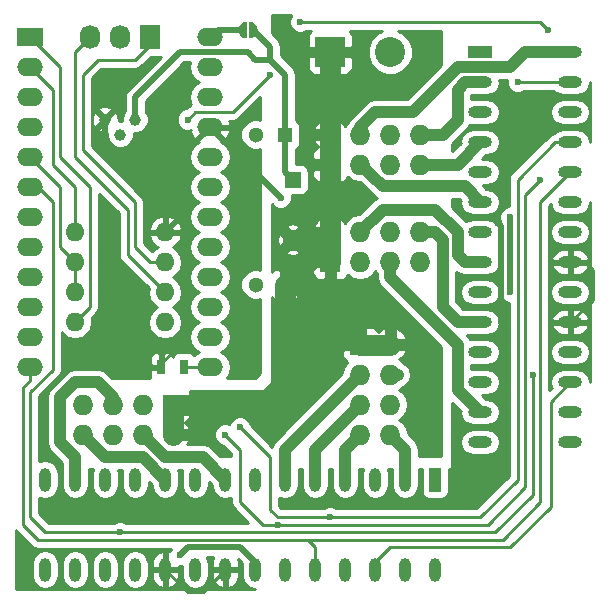
<source format=gbr>
G04 #@! TF.FileFunction,Copper,L1,Top,Signal*
%FSLAX46Y46*%
G04 Gerber Fmt 4.6, Leading zero omitted, Abs format (unit mm)*
G04 Created by KiCad (PCBNEW 4.0.2-stable) date 4-8-2016 14:42:32*
%MOMM*%
G01*
G04 APERTURE LIST*
%ADD10C,0.100000*%
%ADD11C,0.010000*%
%ADD12R,1.300000X1.300000*%
%ADD13C,1.300000*%
%ADD14R,2.199640X1.524000*%
%ADD15O,2.199640X1.524000*%
%ADD16O,2.197100X1.524000*%
%ADD17R,1.727200X1.727200*%
%ADD18O,1.727200X1.727200*%
%ADD19R,2.540000X2.540000*%
%ADD20C,2.540000*%
%ADD21R,1.727200X2.032000*%
%ADD22O,1.727200X2.032000*%
%ADD23C,1.000760*%
%ADD24O,1.600000X1.600000*%
%ADD25R,0.700000X1.300000*%
%ADD26R,2.000000X1.000000*%
%ADD27O,2.000000X1.000000*%
%ADD28R,1.000000X2.000000*%
%ADD29O,1.000000X2.000000*%
%ADD30R,0.254000X0.889000*%
%ADD31R,1.397000X1.397000*%
%ADD32C,1.397000*%
%ADD33C,0.600000*%
%ADD34C,1.800000*%
%ADD35C,0.500000*%
%ADD36C,0.250000*%
%ADD37C,1.000000*%
%ADD38C,0.254000*%
G04 APERTURE END LIST*
D10*
D11*
G36*
X90193000Y-82540000D02*
X90103041Y-82539535D01*
X90026502Y-82529894D01*
X89943132Y-82506311D01*
X89917833Y-82496043D01*
X89792557Y-82418361D01*
X89684502Y-82310588D01*
X89608593Y-82190750D01*
X89573642Y-82081643D01*
X89557118Y-81951260D01*
X89559211Y-81815980D01*
X89580118Y-81692187D01*
X89601956Y-81629833D01*
X89673109Y-81513077D01*
X89769779Y-81412195D01*
X89882786Y-81333775D01*
X90002951Y-81284407D01*
X90103041Y-81270206D01*
X90193000Y-81270000D01*
X90193000Y-82540000D01*
X90193000Y-82540000D01*
G37*
X90193000Y-82540000D02*
X90103041Y-82539535D01*
X90026502Y-82529894D01*
X89943132Y-82506311D01*
X89917833Y-82496043D01*
X89792557Y-82418361D01*
X89684502Y-82310588D01*
X89608593Y-82190750D01*
X89573642Y-82081643D01*
X89557118Y-81951260D01*
X89559211Y-81815980D01*
X89580118Y-81692187D01*
X89601956Y-81629833D01*
X89673109Y-81513077D01*
X89769779Y-81412195D01*
X89882786Y-81333775D01*
X90002951Y-81284407D01*
X90103041Y-81270206D01*
X90193000Y-81270000D01*
X90193000Y-82540000D01*
G36*
X90536958Y-81270206D02*
X90656025Y-81289971D01*
X90775673Y-81344339D01*
X90886722Y-81426723D01*
X90979991Y-81530535D01*
X91038043Y-81629833D01*
X91070414Y-81738743D01*
X91083855Y-81869039D01*
X91078559Y-82004340D01*
X91054721Y-82128264D01*
X91031406Y-82190750D01*
X90955716Y-82310683D01*
X90855351Y-82411472D01*
X90739091Y-82486921D01*
X90615719Y-82530837D01*
X90536958Y-82539535D01*
X90447000Y-82540000D01*
X90447000Y-81270000D01*
X90536958Y-81270206D01*
X90536958Y-81270206D01*
G37*
X90536958Y-81270206D02*
X90656025Y-81289971D01*
X90775673Y-81344339D01*
X90886722Y-81426723D01*
X90979991Y-81530535D01*
X91038043Y-81629833D01*
X91070414Y-81738743D01*
X91083855Y-81869039D01*
X91078559Y-82004340D01*
X91054721Y-82128264D01*
X91031406Y-82190750D01*
X90955716Y-82310683D01*
X90855351Y-82411472D01*
X90739091Y-82486921D01*
X90615719Y-82530837D01*
X90536958Y-82539535D01*
X90447000Y-82540000D01*
X90447000Y-81270000D01*
X90536958Y-81270206D01*
D12*
X93495000Y-103495000D03*
D13*
X90995000Y-103495000D03*
D12*
X93495000Y-90795000D03*
D13*
X90995000Y-90795000D03*
D14*
X71905000Y-82540000D03*
D15*
X71905000Y-85080000D03*
X71905000Y-87620000D03*
X71905000Y-90160000D03*
X71905000Y-92700000D03*
X71905000Y-95240000D03*
X71905000Y-97780000D03*
X71905000Y-100320000D03*
X71905000Y-102860000D03*
X71905000Y-105400000D03*
X71905000Y-107940000D03*
X71905000Y-110480000D03*
X87145000Y-110480000D03*
D16*
X87145000Y-107940000D03*
X87145000Y-105400000D03*
X87145000Y-102860000D03*
X87145000Y-100320000D03*
X87145000Y-97780000D03*
X87145000Y-95240000D03*
X87145000Y-92700000D03*
X87145000Y-90160000D03*
X87145000Y-87620000D03*
X87145000Y-85080000D03*
X87145000Y-82540000D03*
D17*
X97305000Y-93335000D03*
D18*
X97305000Y-90795000D03*
X99845000Y-93335000D03*
X99845000Y-90795000D03*
X102385000Y-93335000D03*
X102385000Y-90795000D03*
X104925000Y-93335000D03*
X104925000Y-90795000D03*
D19*
X97305000Y-83810000D03*
D20*
X102385000Y-83810000D03*
D17*
X97305000Y-101590000D03*
D18*
X97305000Y-99050000D03*
X99845000Y-101590000D03*
X99845000Y-99050000D03*
X102385000Y-101590000D03*
X102385000Y-99050000D03*
X104925000Y-101590000D03*
X104925000Y-99050000D03*
D21*
X82065000Y-82540000D03*
D22*
X79525000Y-82540000D03*
X76985000Y-82540000D03*
D17*
X99845000Y-108575000D03*
D18*
X102385000Y-108575000D03*
X99845000Y-111115000D03*
X102385000Y-111115000D03*
X99845000Y-113655000D03*
X102385000Y-113655000D03*
X99845000Y-116195000D03*
X102385000Y-116195000D03*
D17*
X83970000Y-113655000D03*
D18*
X83970000Y-116195000D03*
X81430000Y-113655000D03*
X81430000Y-116195000D03*
X78890000Y-113655000D03*
X78890000Y-116195000D03*
X76350000Y-113655000D03*
X76350000Y-116195000D03*
D23*
X79525000Y-90795000D03*
X78255000Y-89525000D03*
X80795000Y-89525000D03*
D24*
X75715000Y-99050000D03*
X75715000Y-101590000D03*
X75715000Y-104130000D03*
X75715000Y-106670000D03*
X83335000Y-106670000D03*
X83335000Y-104130000D03*
X83335000Y-101590000D03*
X83335000Y-99050000D03*
D25*
X83020000Y-110480000D03*
X84920000Y-110480000D03*
D26*
X110005000Y-83810000D03*
D27*
X110005000Y-86350000D03*
X110005000Y-88890000D03*
X110005000Y-91430000D03*
X110005000Y-93970000D03*
X110005000Y-96510000D03*
X110005000Y-99050000D03*
X110005000Y-101590000D03*
X110005000Y-104130000D03*
X110005000Y-106670000D03*
X110005000Y-109210000D03*
X110005000Y-111750000D03*
X110005000Y-114290000D03*
X110005000Y-116830000D03*
X117625000Y-116830000D03*
X117625000Y-114290000D03*
X117625000Y-111750000D03*
X117625000Y-109210000D03*
X117625000Y-106670000D03*
X117625000Y-104130000D03*
X117625000Y-101590000D03*
X117625000Y-99050000D03*
X117625000Y-96510000D03*
X117625000Y-93970000D03*
X117625000Y-91430000D03*
X117625000Y-88890000D03*
X117625000Y-86350000D03*
X117625000Y-83810000D03*
D28*
X106195000Y-120005000D03*
D29*
X103655000Y-120005000D03*
X101115000Y-120005000D03*
X98575000Y-120005000D03*
X96035000Y-120005000D03*
X93495000Y-120005000D03*
X90955000Y-120005000D03*
X88415000Y-120005000D03*
X85875000Y-120005000D03*
X83335000Y-120005000D03*
X80795000Y-120005000D03*
X78255000Y-120005000D03*
X75715000Y-120005000D03*
X73175000Y-120005000D03*
X73175000Y-127625000D03*
X75715000Y-127625000D03*
X78255000Y-127625000D03*
X80795000Y-127625000D03*
X83335000Y-127625000D03*
X85875000Y-127625000D03*
X88415000Y-127625000D03*
X90955000Y-127625000D03*
X93495000Y-127625000D03*
X96035000Y-127625000D03*
X98575000Y-127625000D03*
X101115000Y-127625000D03*
X103655000Y-127625000D03*
X106195000Y-127625000D03*
D30*
X89875500Y-81905000D03*
X90764500Y-81905000D03*
D31*
X94130000Y-94605000D03*
D32*
X94130000Y-99685000D03*
D33*
X84605000Y-126355000D03*
X112545000Y-104130000D03*
X112545000Y-97780000D03*
X113180000Y-86350000D03*
X111529000Y-98288000D03*
X111783000Y-106543000D03*
X93114000Y-96129000D03*
X85240000Y-108575000D03*
X114450000Y-111115000D03*
X79525000Y-124450000D03*
X92860000Y-123815000D03*
X115085000Y-94605000D03*
X88415000Y-116195000D03*
X85240000Y-89525000D03*
X92225000Y-85715000D03*
X94765000Y-81270000D03*
X115720000Y-81905000D03*
X97305000Y-123180000D03*
X89685000Y-115560000D03*
D34*
X97305000Y-93335000D02*
X97305000Y-90795000D01*
X97305000Y-90795000D02*
X97305000Y-83810000D01*
X102385000Y-108575000D02*
X99845000Y-108575000D01*
X99845000Y-108575000D02*
X94765000Y-103495000D01*
X94765000Y-103495000D02*
X93495000Y-103495000D01*
X96670000Y-99685000D02*
X97305000Y-99050000D01*
X97305000Y-99050000D02*
X97305000Y-99685000D01*
X97305000Y-99685000D02*
X93495000Y-103495000D01*
X93495000Y-103495000D02*
X93495000Y-111750000D01*
X83970000Y-113655000D02*
X89050000Y-113655000D01*
X91590000Y-113655000D02*
X93495000Y-111750000D01*
X89050000Y-113655000D02*
X91590000Y-113655000D01*
X83970000Y-116195000D02*
X83970000Y-113655000D01*
X97305000Y-93335000D02*
X97305000Y-99050000D01*
X97305000Y-99050000D02*
X97305000Y-101590000D01*
X94130000Y-99685000D02*
X96670000Y-99685000D01*
D35*
X90955000Y-127625000D02*
X90955000Y-126990000D01*
X90955000Y-126990000D02*
X89685000Y-125720000D01*
X85240000Y-125720000D02*
X84605000Y-126355000D01*
X89685000Y-125720000D02*
X85240000Y-125720000D01*
X112545000Y-97780000D02*
X112545000Y-104130000D01*
D36*
X117625000Y-86350000D02*
X113180000Y-86350000D01*
D35*
X93495000Y-93970000D02*
X94130000Y-94605000D01*
X90764500Y-81905000D02*
X92225000Y-83365500D01*
X92225000Y-83365500D02*
X92225000Y-84445000D01*
X93495000Y-90795000D02*
X93495000Y-85715000D01*
X92225000Y-84445000D02*
X90955000Y-84445000D01*
X93495000Y-85715000D02*
X92225000Y-84445000D01*
X82065000Y-86350000D02*
X84605000Y-83810000D01*
X84605000Y-83810000D02*
X90320000Y-83810000D01*
X90320000Y-83810000D02*
X90955000Y-84445000D01*
X80795000Y-89525000D02*
X80795000Y-87620000D01*
X80795000Y-87620000D02*
X82065000Y-86350000D01*
X93495000Y-90795000D02*
X93495000Y-88890000D01*
X93495000Y-90795000D02*
X93495000Y-93970000D01*
X78255000Y-89525000D02*
X78255000Y-92065000D01*
X84605000Y-92700000D02*
X85240000Y-92065000D01*
X78890000Y-92700000D02*
X84605000Y-92700000D01*
X78255000Y-92065000D02*
X78890000Y-92700000D01*
X111529000Y-98288000D02*
X111783000Y-98542000D01*
X111783000Y-98542000D02*
X111783000Y-106543000D01*
X83335000Y-99050000D02*
X85240000Y-97145000D01*
X87145000Y-90160000D02*
X86510000Y-90795000D01*
D36*
X85240000Y-108575000D02*
X84605000Y-108575000D01*
X84605000Y-108575000D02*
X83020000Y-110160000D01*
X83020000Y-110160000D02*
X83020000Y-110480000D01*
D35*
X85240000Y-92065000D02*
X87145000Y-90160000D01*
X85240000Y-97145000D02*
X85240000Y-92065000D01*
X85240000Y-108575000D02*
X85240000Y-97145000D01*
D36*
X88415000Y-127625000D02*
X86510000Y-129530000D01*
X85240000Y-129530000D02*
X83335000Y-127625000D01*
X86510000Y-129530000D02*
X85240000Y-129530000D01*
X117625000Y-106670000D02*
X119530000Y-104765000D01*
X118895000Y-101590000D02*
X117625000Y-101590000D01*
X119530000Y-102225000D02*
X118895000Y-101590000D01*
X119530000Y-104765000D02*
X119530000Y-102225000D01*
D35*
X92225000Y-95240000D02*
X93114000Y-96129000D01*
X92225000Y-95240000D02*
X87145000Y-90160000D01*
X89304000Y-92319000D02*
X87145000Y-90160000D01*
D36*
X75715000Y-106670000D02*
X76985000Y-105400000D01*
X74445000Y-85080000D02*
X71905000Y-82540000D01*
X74445000Y-92700000D02*
X74445000Y-85080000D01*
X76985000Y-95240000D02*
X74445000Y-92700000D01*
X76985000Y-105400000D02*
X76985000Y-95240000D01*
X71905000Y-85080000D02*
X73810000Y-86985000D01*
X75715000Y-95240000D02*
X75715000Y-99050000D01*
X73810000Y-93335000D02*
X75715000Y-95240000D01*
X73810000Y-86985000D02*
X73810000Y-93335000D01*
X75715000Y-104130000D02*
X75715000Y-101590000D01*
X75715000Y-101590000D02*
X74445000Y-100320000D01*
X74445000Y-100320000D02*
X74445000Y-95240000D01*
X74445000Y-95240000D02*
X71905000Y-92700000D01*
X101115000Y-124450000D02*
X111275000Y-124450000D01*
X111275000Y-124450000D02*
X114450000Y-121275000D01*
X114450000Y-121275000D02*
X114450000Y-111115000D01*
X101115000Y-124450000D02*
X82065000Y-124450000D01*
X79525000Y-124450000D02*
X82065000Y-124450000D01*
X79525000Y-124450000D02*
X73175000Y-124450000D01*
X73175000Y-124450000D02*
X71905000Y-123180000D01*
X71905000Y-95240000D02*
X72540000Y-95240000D01*
X72540000Y-95240000D02*
X73810000Y-96510000D01*
X71905000Y-112595000D02*
X71905000Y-123180000D01*
X73810000Y-110690000D02*
X71905000Y-112595000D01*
X73810000Y-96510000D02*
X73810000Y-110690000D01*
X83335000Y-125085000D02*
X72540000Y-125085000D01*
X72540000Y-125085000D02*
X71270000Y-123815000D01*
X96035000Y-127625000D02*
X96035000Y-125720000D01*
X96035000Y-125720000D02*
X95400000Y-125085000D01*
X101750000Y-125085000D02*
X95400000Y-125085000D01*
X95400000Y-125085000D02*
X83335000Y-125085000D01*
X104925000Y-125085000D02*
X101750000Y-125085000D01*
X115085000Y-96510000D02*
X115085000Y-121910000D01*
X115085000Y-121910000D02*
X111910000Y-125085000D01*
X111910000Y-125085000D02*
X104925000Y-125085000D01*
X115085000Y-96510000D02*
X117625000Y-93970000D01*
X71905000Y-110480000D02*
X71905000Y-111595000D01*
X71270000Y-112230000D02*
X71270000Y-123815000D01*
X71905000Y-111595000D02*
X71270000Y-112230000D01*
X100480000Y-123815000D02*
X92860000Y-123815000D01*
X92860000Y-123815000D02*
X91590000Y-123815000D01*
X113815000Y-120640000D02*
X113815000Y-95875000D01*
X100480000Y-123815000D02*
X110640000Y-123815000D01*
X110640000Y-123815000D02*
X113815000Y-120640000D01*
X113815000Y-95875000D02*
X115085000Y-94605000D01*
X88415000Y-116195000D02*
X89685000Y-117465000D01*
X89685000Y-117465000D02*
X89685000Y-121910000D01*
X89685000Y-121910000D02*
X91590000Y-123815000D01*
X84920000Y-110480000D02*
X87145000Y-110480000D01*
X92225000Y-85715000D02*
X89050000Y-88890000D01*
X85875000Y-88890000D02*
X85240000Y-89525000D01*
X89050000Y-88890000D02*
X85875000Y-88890000D01*
X115085000Y-81270000D02*
X94765000Y-81270000D01*
X115720000Y-81905000D02*
X115085000Y-81270000D01*
X101115000Y-123180000D02*
X110005000Y-123180000D01*
X89685000Y-115560000D02*
X92225000Y-118100000D01*
X92225000Y-118100000D02*
X92225000Y-122545000D01*
X92225000Y-122545000D02*
X92860000Y-123180000D01*
X92860000Y-123180000D02*
X97305000Y-123180000D01*
X97305000Y-123180000D02*
X101115000Y-123180000D01*
X116355000Y-91430000D02*
X117625000Y-91430000D01*
X113180000Y-94605000D02*
X116355000Y-91430000D01*
X113180000Y-120005000D02*
X113180000Y-94605000D01*
X110005000Y-123180000D02*
X113180000Y-120005000D01*
D35*
X87145000Y-82540000D02*
X87780000Y-81905000D01*
X87780000Y-81905000D02*
X89875500Y-81905000D01*
X87145000Y-82540000D02*
X87780000Y-81905000D01*
D37*
X99845000Y-93335000D02*
X101750000Y-95113000D01*
X108735000Y-95113000D02*
X110005000Y-96510000D01*
X101750000Y-95113000D02*
X108735000Y-95113000D01*
X117625000Y-83810000D02*
X113815000Y-83810000D01*
X101115000Y-88890000D02*
X99845000Y-90160000D01*
X104290000Y-88890000D02*
X101115000Y-88890000D01*
X108100000Y-85080000D02*
X104290000Y-88890000D01*
X112545000Y-85080000D02*
X108100000Y-85080000D01*
X113815000Y-83810000D02*
X112545000Y-85080000D01*
X99845000Y-90160000D02*
X99845000Y-90795000D01*
X104925000Y-93335000D02*
X108100000Y-93335000D01*
X108100000Y-93335000D02*
X110005000Y-91430000D01*
X104925000Y-90795000D02*
X106830000Y-90795000D01*
X108735000Y-86350000D02*
X110005000Y-86350000D01*
X108100000Y-86985000D02*
X108735000Y-86350000D01*
X108100000Y-89525000D02*
X108100000Y-86985000D01*
X106830000Y-90795000D02*
X108100000Y-89525000D01*
X110005000Y-86350000D02*
X110005000Y-86350000D01*
X99845000Y-99050000D02*
X101750000Y-97145000D01*
X108735000Y-101590000D02*
X110005000Y-101590000D01*
X108100000Y-100955000D02*
X108735000Y-101590000D01*
X108100000Y-99050000D02*
X108100000Y-100955000D01*
X106195000Y-97145000D02*
X108100000Y-99050000D01*
X101750000Y-97145000D02*
X106195000Y-97145000D01*
X108100000Y-108575000D02*
X108100000Y-112385000D01*
X102385000Y-101590000D02*
X102385000Y-102860000D01*
X108100000Y-112385000D02*
X110005000Y-114290000D01*
X102385000Y-102860000D02*
X108100000Y-108575000D01*
X104925000Y-99050000D02*
X106195000Y-99050000D01*
X108100000Y-106670000D02*
X110005000Y-106670000D01*
X106830000Y-105400000D02*
X108100000Y-106670000D01*
X106830000Y-99685000D02*
X106830000Y-105400000D01*
X106195000Y-99050000D02*
X106830000Y-99685000D01*
D36*
X78890000Y-84445000D02*
X80795000Y-84445000D01*
X82065000Y-101590000D02*
X80795000Y-100320000D01*
X80795000Y-100320000D02*
X80795000Y-96510000D01*
X80795000Y-96510000D02*
X76350000Y-92065000D01*
X76350000Y-92065000D02*
X76350000Y-85715000D01*
X76350000Y-85715000D02*
X77620000Y-84445000D01*
X77620000Y-84445000D02*
X78890000Y-84445000D01*
X83335000Y-101590000D02*
X82065000Y-101590000D01*
X80795000Y-84445000D02*
X82065000Y-83175000D01*
X82065000Y-83175000D02*
X82065000Y-82540000D01*
X75715000Y-92700000D02*
X75715000Y-83810000D01*
X75715000Y-92700000D02*
X80160000Y-97145000D01*
X80160000Y-97145000D02*
X80160000Y-100955000D01*
X83335000Y-104130000D02*
X80160000Y-100955000D01*
X75715000Y-83810000D02*
X76985000Y-82540000D01*
D37*
X99845000Y-111115000D02*
X93495000Y-117465000D01*
X93495000Y-117465000D02*
X93495000Y-120005000D01*
X102385000Y-111115000D02*
X103020000Y-111115000D01*
X99845000Y-113655000D02*
X96035000Y-117465000D01*
X96035000Y-117465000D02*
X96035000Y-120005000D01*
X99845000Y-116195000D02*
X98575000Y-117465000D01*
X98575000Y-117465000D02*
X98575000Y-120005000D01*
X102385000Y-116195000D02*
X103655000Y-117465000D01*
X103655000Y-117465000D02*
X103655000Y-120005000D01*
X81430000Y-116195000D02*
X83335000Y-118100000D01*
X86510000Y-118100000D02*
X88415000Y-120005000D01*
X83335000Y-118100000D02*
X86510000Y-118100000D01*
X75715000Y-120005000D02*
X75715000Y-118100000D01*
X77620000Y-111750000D02*
X78890000Y-113020000D01*
X75715000Y-111750000D02*
X77620000Y-111750000D01*
X74445000Y-113020000D02*
X75715000Y-111750000D01*
X74445000Y-116830000D02*
X74445000Y-113020000D01*
X75715000Y-118100000D02*
X74445000Y-116830000D01*
X78890000Y-113020000D02*
X78890000Y-113655000D01*
X76350000Y-116195000D02*
X78255000Y-118100000D01*
X81430000Y-118100000D02*
X83335000Y-120005000D01*
X78255000Y-118100000D02*
X81430000Y-118100000D01*
D36*
X101115000Y-127625000D02*
X101115000Y-126990000D01*
X101115000Y-126990000D02*
X102385000Y-125720000D01*
X102385000Y-125720000D02*
X112545000Y-125720000D01*
X112545000Y-125720000D02*
X115974000Y-122291000D01*
X115974000Y-122291000D02*
X115974000Y-113401000D01*
X115974000Y-113401000D02*
X117625000Y-111750000D01*
D38*
G36*
X93972808Y-80739673D02*
X93830162Y-81083201D01*
X93829838Y-81455167D01*
X93971883Y-81798943D01*
X94234673Y-82062192D01*
X94578201Y-82204838D01*
X94950167Y-82205162D01*
X95293943Y-82063117D01*
X95327118Y-82030000D01*
X95646975Y-82030000D01*
X95496673Y-82180301D01*
X95400000Y-82413690D01*
X95400000Y-83278250D01*
X95558750Y-83437000D01*
X96932000Y-83437000D01*
X96932000Y-83417000D01*
X97678000Y-83417000D01*
X97678000Y-83437000D01*
X99051250Y-83437000D01*
X99210000Y-83278250D01*
X99210000Y-82413690D01*
X99113327Y-82180301D01*
X98963025Y-82030000D01*
X101704413Y-82030000D01*
X101307314Y-82194078D01*
X100770961Y-82729495D01*
X100480332Y-83429410D01*
X100479670Y-84187265D01*
X100769078Y-84887686D01*
X101304495Y-85424039D01*
X102004410Y-85714668D01*
X102762265Y-85715330D01*
X103462686Y-85425922D01*
X103999039Y-84890505D01*
X104289668Y-84190590D01*
X104290330Y-83432735D01*
X104000922Y-82732314D01*
X103465505Y-82195961D01*
X103065825Y-82030000D01*
X106703000Y-82030000D01*
X106703000Y-84871868D01*
X103819868Y-87755000D01*
X101115000Y-87755000D01*
X100680654Y-87841397D01*
X100505137Y-87958674D01*
X100312434Y-88087434D01*
X99042434Y-89357434D01*
X98829083Y-89676736D01*
X98785330Y-89705971D01*
X98565971Y-90034264D01*
X98347687Y-89718576D01*
X97900463Y-89419782D01*
X97678000Y-89508117D01*
X97678000Y-90422000D01*
X97698000Y-90422000D01*
X97698000Y-91168000D01*
X97678000Y-91168000D01*
X97678000Y-92962000D01*
X97698000Y-92962000D01*
X97698000Y-93708000D01*
X97678000Y-93708000D01*
X97678000Y-94674850D01*
X97836750Y-94833600D01*
X98294910Y-94833600D01*
X98528299Y-94736927D01*
X98706927Y-94558298D01*
X98771263Y-94402977D01*
X98785330Y-94424029D01*
X99271511Y-94748885D01*
X99811516Y-94856299D01*
X100975569Y-95942748D01*
X101147501Y-96049247D01*
X101266860Y-96129000D01*
X101070807Y-96259999D01*
X100947434Y-96342434D01*
X99748665Y-97541203D01*
X99271511Y-97636115D01*
X98785330Y-97960971D01*
X98565971Y-98289264D01*
X98347687Y-97973576D01*
X97900463Y-97674782D01*
X97678000Y-97763117D01*
X97678000Y-98677000D01*
X97698000Y-98677000D01*
X97698000Y-99423000D01*
X97678000Y-99423000D01*
X97678000Y-101217000D01*
X97698000Y-101217000D01*
X97698000Y-101963000D01*
X97678000Y-101963000D01*
X97678000Y-102929850D01*
X97836750Y-103088600D01*
X98294910Y-103088600D01*
X98528299Y-102991927D01*
X98706927Y-102813298D01*
X98771263Y-102657977D01*
X98785330Y-102679029D01*
X99271511Y-103003885D01*
X99845000Y-103117959D01*
X100418489Y-103003885D01*
X100904670Y-102679029D01*
X101115000Y-102364248D01*
X101250000Y-102566290D01*
X101250000Y-102860000D01*
X101336397Y-103294346D01*
X101582434Y-103662566D01*
X106703000Y-108783133D01*
X106703000Y-117973000D01*
X104790000Y-117973000D01*
X104790000Y-117465000D01*
X104703603Y-117030654D01*
X104457566Y-116662434D01*
X103893797Y-116098665D01*
X103798885Y-115621511D01*
X103474029Y-115135330D01*
X103159248Y-114925000D01*
X103474029Y-114714670D01*
X103798885Y-114228489D01*
X103912959Y-113655000D01*
X103798885Y-113081511D01*
X103474029Y-112595330D01*
X103159248Y-112385000D01*
X103474029Y-112174670D01*
X103503264Y-112130917D01*
X103822566Y-111917566D01*
X104068603Y-111549346D01*
X104155000Y-111115000D01*
X104068603Y-110680654D01*
X103822566Y-110312434D01*
X103503264Y-110099083D01*
X103474029Y-110055330D01*
X103145736Y-109835971D01*
X103461424Y-109617687D01*
X103760218Y-109170463D01*
X103671883Y-108948000D01*
X102758000Y-108948000D01*
X102758000Y-108968000D01*
X102012000Y-108968000D01*
X102012000Y-108948000D01*
X100218000Y-108948000D01*
X100218000Y-108968000D01*
X99472000Y-108968000D01*
X99472000Y-108948000D01*
X98505150Y-108948000D01*
X98346400Y-109106750D01*
X98346400Y-109564910D01*
X98443073Y-109798299D01*
X98621702Y-109976927D01*
X98777023Y-110041263D01*
X98755971Y-110055330D01*
X98431115Y-110541511D01*
X98336203Y-111018665D01*
X92692434Y-116662434D01*
X92446397Y-117030654D01*
X92410570Y-117210768D01*
X90620122Y-115420320D01*
X90620162Y-115374833D01*
X90478117Y-115031057D01*
X90215327Y-114767808D01*
X89871799Y-114625162D01*
X89499833Y-114624838D01*
X89156057Y-114766883D01*
X88892808Y-115029673D01*
X88768378Y-115329332D01*
X88601799Y-115260162D01*
X88229833Y-115259838D01*
X87886057Y-115401883D01*
X87622808Y-115664673D01*
X87480162Y-116008201D01*
X87479838Y-116380167D01*
X87621883Y-116723943D01*
X87884673Y-116987192D01*
X88228201Y-117129838D01*
X88275077Y-117129879D01*
X88925000Y-117779802D01*
X88925000Y-117973000D01*
X87988132Y-117973000D01*
X87312566Y-117297434D01*
X87128075Y-117174161D01*
X86944346Y-117051397D01*
X86510000Y-116965000D01*
X85224565Y-116965000D01*
X85345247Y-116790467D01*
X85262717Y-116568000D01*
X84343000Y-116568000D01*
X84343000Y-116588000D01*
X83597000Y-116588000D01*
X83597000Y-116568000D01*
X83577000Y-116568000D01*
X83577000Y-115822000D01*
X83597000Y-115822000D01*
X83597000Y-114028000D01*
X84343000Y-114028000D01*
X84343000Y-115822000D01*
X85262717Y-115822000D01*
X85345247Y-115599533D01*
X85019762Y-115128808D01*
X85193299Y-115056927D01*
X85371927Y-114878298D01*
X85468600Y-114644909D01*
X85468600Y-114186750D01*
X85309850Y-114028000D01*
X84343000Y-114028000D01*
X83597000Y-114028000D01*
X83577000Y-114028000D01*
X83577000Y-113282000D01*
X83597000Y-113282000D01*
X83597000Y-113262000D01*
X84343000Y-113262000D01*
X84343000Y-113282000D01*
X85309850Y-113282000D01*
X85468600Y-113123250D01*
X85468600Y-112665091D01*
X85405188Y-112512000D01*
X92225000Y-112512000D01*
X92274410Y-112501994D01*
X92316035Y-112473553D01*
X92343315Y-112431159D01*
X92352000Y-112385000D01*
X92352000Y-107585090D01*
X98346400Y-107585090D01*
X98346400Y-108043250D01*
X98505150Y-108202000D01*
X99472000Y-108202000D01*
X99472000Y-107235150D01*
X100218000Y-107235150D01*
X100218000Y-108202000D01*
X102012000Y-108202000D01*
X102012000Y-107282283D01*
X102758000Y-107282283D01*
X102758000Y-108202000D01*
X103671883Y-108202000D01*
X103760218Y-107979537D01*
X103461424Y-107532313D01*
X102980467Y-107199753D01*
X102758000Y-107282283D01*
X102012000Y-107282283D01*
X101789533Y-107199753D01*
X101318808Y-107525238D01*
X101246927Y-107351701D01*
X101068298Y-107173073D01*
X100834909Y-107076400D01*
X100376750Y-107076400D01*
X100218000Y-107235150D01*
X99472000Y-107235150D01*
X99313250Y-107076400D01*
X98855091Y-107076400D01*
X98621702Y-107173073D01*
X98443073Y-107351701D01*
X98346400Y-107585090D01*
X92352000Y-107585090D01*
X92352000Y-104550026D01*
X92485302Y-104683327D01*
X92718691Y-104780000D01*
X93011250Y-104780000D01*
X93170000Y-104621250D01*
X93170000Y-103820000D01*
X93820000Y-103820000D01*
X93820000Y-104621250D01*
X93978750Y-104780000D01*
X94271309Y-104780000D01*
X94504698Y-104683327D01*
X94683327Y-104504699D01*
X94780000Y-104271310D01*
X94780000Y-103978750D01*
X94621250Y-103820000D01*
X93820000Y-103820000D01*
X93170000Y-103820000D01*
X93102000Y-103820000D01*
X93102000Y-103170000D01*
X93170000Y-103170000D01*
X93170000Y-102368750D01*
X93820000Y-102368750D01*
X93820000Y-103170000D01*
X94621250Y-103170000D01*
X94780000Y-103011250D01*
X94780000Y-102718690D01*
X94683327Y-102485301D01*
X94504698Y-102306673D01*
X94271309Y-102210000D01*
X93978750Y-102210000D01*
X93820000Y-102368750D01*
X93170000Y-102368750D01*
X93011250Y-102210000D01*
X92718691Y-102210000D01*
X92485302Y-102306673D01*
X92352000Y-102439974D01*
X92352000Y-102121750D01*
X95806400Y-102121750D01*
X95806400Y-102579909D01*
X95903073Y-102813298D01*
X96081701Y-102991927D01*
X96315090Y-103088600D01*
X96773250Y-103088600D01*
X96932000Y-102929850D01*
X96932000Y-101963000D01*
X95965150Y-101963000D01*
X95806400Y-102121750D01*
X92352000Y-102121750D01*
X92352000Y-100744399D01*
X93564515Y-100744399D01*
X93640198Y-100953335D01*
X94162853Y-101044228D01*
X94619802Y-100953335D01*
X94695485Y-100744399D01*
X94551177Y-100600091D01*
X95806400Y-100600091D01*
X95806400Y-101058250D01*
X95965150Y-101217000D01*
X96932000Y-101217000D01*
X96932000Y-99423000D01*
X96012283Y-99423000D01*
X95929753Y-99645467D01*
X96255238Y-100116192D01*
X96081701Y-100188073D01*
X95903073Y-100366702D01*
X95806400Y-100600091D01*
X94551177Y-100600091D01*
X94130000Y-100178914D01*
X93564515Y-100744399D01*
X92352000Y-100744399D01*
X92352000Y-99717853D01*
X92770772Y-99717853D01*
X92861665Y-100174802D01*
X93070601Y-100250485D01*
X93636086Y-99685000D01*
X94623914Y-99685000D01*
X95189399Y-100250485D01*
X95398335Y-100174802D01*
X95489228Y-99652147D01*
X95398335Y-99195198D01*
X95189399Y-99119515D01*
X94623914Y-99685000D01*
X93636086Y-99685000D01*
X93070601Y-99119515D01*
X92861665Y-99195198D01*
X92770772Y-99717853D01*
X92352000Y-99717853D01*
X92352000Y-98625601D01*
X93564515Y-98625601D01*
X94130000Y-99191086D01*
X94695485Y-98625601D01*
X94633519Y-98454533D01*
X95929753Y-98454533D01*
X96012283Y-98677000D01*
X96932000Y-98677000D01*
X96932000Y-97763117D01*
X96709537Y-97674782D01*
X96262313Y-97973576D01*
X95929753Y-98454533D01*
X94633519Y-98454533D01*
X94619802Y-98416665D01*
X94097147Y-98325772D01*
X93640198Y-98416665D01*
X93564515Y-98625601D01*
X92352000Y-98625601D01*
X92352000Y-96689114D01*
X92583673Y-96921192D01*
X92927201Y-97063838D01*
X93299167Y-97064162D01*
X93642943Y-96922117D01*
X93906192Y-96659327D01*
X94048838Y-96315799D01*
X94049156Y-95950940D01*
X94828500Y-95950940D01*
X95063817Y-95906662D01*
X95279941Y-95767590D01*
X95424931Y-95555390D01*
X95475940Y-95303500D01*
X95475940Y-93906500D01*
X95468461Y-93866750D01*
X95806400Y-93866750D01*
X95806400Y-94324909D01*
X95903073Y-94558298D01*
X96081701Y-94736927D01*
X96315090Y-94833600D01*
X96773250Y-94833600D01*
X96932000Y-94674850D01*
X96932000Y-93708000D01*
X95965150Y-93708000D01*
X95806400Y-93866750D01*
X95468461Y-93866750D01*
X95431662Y-93671183D01*
X95292590Y-93455059D01*
X95080390Y-93310069D01*
X94828500Y-93259060D01*
X94380000Y-93259060D01*
X94380000Y-92345091D01*
X95806400Y-92345091D01*
X95806400Y-92803250D01*
X95965150Y-92962000D01*
X96932000Y-92962000D01*
X96932000Y-91168000D01*
X96012283Y-91168000D01*
X95929753Y-91390467D01*
X96255238Y-91861192D01*
X96081701Y-91933073D01*
X95903073Y-92111702D01*
X95806400Y-92345091D01*
X94380000Y-92345091D01*
X94380000Y-92048222D01*
X94380317Y-92048162D01*
X94596441Y-91909090D01*
X94741431Y-91696890D01*
X94792440Y-91445000D01*
X94792440Y-90199533D01*
X95929753Y-90199533D01*
X96012283Y-90422000D01*
X96932000Y-90422000D01*
X96932000Y-89508117D01*
X96709537Y-89419782D01*
X96262313Y-89718576D01*
X95929753Y-90199533D01*
X94792440Y-90199533D01*
X94792440Y-90145000D01*
X94748162Y-89909683D01*
X94609090Y-89693559D01*
X94396890Y-89548569D01*
X94380000Y-89545149D01*
X94380000Y-85715005D01*
X94380001Y-85715000D01*
X94312633Y-85376325D01*
X94262567Y-85301396D01*
X94120790Y-85089210D01*
X94120787Y-85089208D01*
X93373330Y-84341750D01*
X95400000Y-84341750D01*
X95400000Y-85206310D01*
X95496673Y-85439699D01*
X95675302Y-85618327D01*
X95908691Y-85715000D01*
X96773250Y-85715000D01*
X96932000Y-85556250D01*
X96932000Y-84183000D01*
X97678000Y-84183000D01*
X97678000Y-85556250D01*
X97836750Y-85715000D01*
X98701309Y-85715000D01*
X98934698Y-85618327D01*
X99113327Y-85439699D01*
X99210000Y-85206310D01*
X99210000Y-84341750D01*
X99051250Y-84183000D01*
X97678000Y-84183000D01*
X96932000Y-84183000D01*
X95558750Y-84183000D01*
X95400000Y-84341750D01*
X93373330Y-84341750D01*
X93110000Y-84078420D01*
X93110000Y-83365505D01*
X93110001Y-83365500D01*
X93047535Y-83051470D01*
X93042633Y-83026825D01*
X92850790Y-82739710D01*
X92850787Y-82739708D01*
X92352000Y-82240921D01*
X92352000Y-80710000D01*
X94002533Y-80710000D01*
X93972808Y-80739673D01*
X93972808Y-80739673D01*
G37*
X93972808Y-80739673D02*
X93830162Y-81083201D01*
X93829838Y-81455167D01*
X93971883Y-81798943D01*
X94234673Y-82062192D01*
X94578201Y-82204838D01*
X94950167Y-82205162D01*
X95293943Y-82063117D01*
X95327118Y-82030000D01*
X95646975Y-82030000D01*
X95496673Y-82180301D01*
X95400000Y-82413690D01*
X95400000Y-83278250D01*
X95558750Y-83437000D01*
X96932000Y-83437000D01*
X96932000Y-83417000D01*
X97678000Y-83417000D01*
X97678000Y-83437000D01*
X99051250Y-83437000D01*
X99210000Y-83278250D01*
X99210000Y-82413690D01*
X99113327Y-82180301D01*
X98963025Y-82030000D01*
X101704413Y-82030000D01*
X101307314Y-82194078D01*
X100770961Y-82729495D01*
X100480332Y-83429410D01*
X100479670Y-84187265D01*
X100769078Y-84887686D01*
X101304495Y-85424039D01*
X102004410Y-85714668D01*
X102762265Y-85715330D01*
X103462686Y-85425922D01*
X103999039Y-84890505D01*
X104289668Y-84190590D01*
X104290330Y-83432735D01*
X104000922Y-82732314D01*
X103465505Y-82195961D01*
X103065825Y-82030000D01*
X106703000Y-82030000D01*
X106703000Y-84871868D01*
X103819868Y-87755000D01*
X101115000Y-87755000D01*
X100680654Y-87841397D01*
X100505137Y-87958674D01*
X100312434Y-88087434D01*
X99042434Y-89357434D01*
X98829083Y-89676736D01*
X98785330Y-89705971D01*
X98565971Y-90034264D01*
X98347687Y-89718576D01*
X97900463Y-89419782D01*
X97678000Y-89508117D01*
X97678000Y-90422000D01*
X97698000Y-90422000D01*
X97698000Y-91168000D01*
X97678000Y-91168000D01*
X97678000Y-92962000D01*
X97698000Y-92962000D01*
X97698000Y-93708000D01*
X97678000Y-93708000D01*
X97678000Y-94674850D01*
X97836750Y-94833600D01*
X98294910Y-94833600D01*
X98528299Y-94736927D01*
X98706927Y-94558298D01*
X98771263Y-94402977D01*
X98785330Y-94424029D01*
X99271511Y-94748885D01*
X99811516Y-94856299D01*
X100975569Y-95942748D01*
X101147501Y-96049247D01*
X101266860Y-96129000D01*
X101070807Y-96259999D01*
X100947434Y-96342434D01*
X99748665Y-97541203D01*
X99271511Y-97636115D01*
X98785330Y-97960971D01*
X98565971Y-98289264D01*
X98347687Y-97973576D01*
X97900463Y-97674782D01*
X97678000Y-97763117D01*
X97678000Y-98677000D01*
X97698000Y-98677000D01*
X97698000Y-99423000D01*
X97678000Y-99423000D01*
X97678000Y-101217000D01*
X97698000Y-101217000D01*
X97698000Y-101963000D01*
X97678000Y-101963000D01*
X97678000Y-102929850D01*
X97836750Y-103088600D01*
X98294910Y-103088600D01*
X98528299Y-102991927D01*
X98706927Y-102813298D01*
X98771263Y-102657977D01*
X98785330Y-102679029D01*
X99271511Y-103003885D01*
X99845000Y-103117959D01*
X100418489Y-103003885D01*
X100904670Y-102679029D01*
X101115000Y-102364248D01*
X101250000Y-102566290D01*
X101250000Y-102860000D01*
X101336397Y-103294346D01*
X101582434Y-103662566D01*
X106703000Y-108783133D01*
X106703000Y-117973000D01*
X104790000Y-117973000D01*
X104790000Y-117465000D01*
X104703603Y-117030654D01*
X104457566Y-116662434D01*
X103893797Y-116098665D01*
X103798885Y-115621511D01*
X103474029Y-115135330D01*
X103159248Y-114925000D01*
X103474029Y-114714670D01*
X103798885Y-114228489D01*
X103912959Y-113655000D01*
X103798885Y-113081511D01*
X103474029Y-112595330D01*
X103159248Y-112385000D01*
X103474029Y-112174670D01*
X103503264Y-112130917D01*
X103822566Y-111917566D01*
X104068603Y-111549346D01*
X104155000Y-111115000D01*
X104068603Y-110680654D01*
X103822566Y-110312434D01*
X103503264Y-110099083D01*
X103474029Y-110055330D01*
X103145736Y-109835971D01*
X103461424Y-109617687D01*
X103760218Y-109170463D01*
X103671883Y-108948000D01*
X102758000Y-108948000D01*
X102758000Y-108968000D01*
X102012000Y-108968000D01*
X102012000Y-108948000D01*
X100218000Y-108948000D01*
X100218000Y-108968000D01*
X99472000Y-108968000D01*
X99472000Y-108948000D01*
X98505150Y-108948000D01*
X98346400Y-109106750D01*
X98346400Y-109564910D01*
X98443073Y-109798299D01*
X98621702Y-109976927D01*
X98777023Y-110041263D01*
X98755971Y-110055330D01*
X98431115Y-110541511D01*
X98336203Y-111018665D01*
X92692434Y-116662434D01*
X92446397Y-117030654D01*
X92410570Y-117210768D01*
X90620122Y-115420320D01*
X90620162Y-115374833D01*
X90478117Y-115031057D01*
X90215327Y-114767808D01*
X89871799Y-114625162D01*
X89499833Y-114624838D01*
X89156057Y-114766883D01*
X88892808Y-115029673D01*
X88768378Y-115329332D01*
X88601799Y-115260162D01*
X88229833Y-115259838D01*
X87886057Y-115401883D01*
X87622808Y-115664673D01*
X87480162Y-116008201D01*
X87479838Y-116380167D01*
X87621883Y-116723943D01*
X87884673Y-116987192D01*
X88228201Y-117129838D01*
X88275077Y-117129879D01*
X88925000Y-117779802D01*
X88925000Y-117973000D01*
X87988132Y-117973000D01*
X87312566Y-117297434D01*
X87128075Y-117174161D01*
X86944346Y-117051397D01*
X86510000Y-116965000D01*
X85224565Y-116965000D01*
X85345247Y-116790467D01*
X85262717Y-116568000D01*
X84343000Y-116568000D01*
X84343000Y-116588000D01*
X83597000Y-116588000D01*
X83597000Y-116568000D01*
X83577000Y-116568000D01*
X83577000Y-115822000D01*
X83597000Y-115822000D01*
X83597000Y-114028000D01*
X84343000Y-114028000D01*
X84343000Y-115822000D01*
X85262717Y-115822000D01*
X85345247Y-115599533D01*
X85019762Y-115128808D01*
X85193299Y-115056927D01*
X85371927Y-114878298D01*
X85468600Y-114644909D01*
X85468600Y-114186750D01*
X85309850Y-114028000D01*
X84343000Y-114028000D01*
X83597000Y-114028000D01*
X83577000Y-114028000D01*
X83577000Y-113282000D01*
X83597000Y-113282000D01*
X83597000Y-113262000D01*
X84343000Y-113262000D01*
X84343000Y-113282000D01*
X85309850Y-113282000D01*
X85468600Y-113123250D01*
X85468600Y-112665091D01*
X85405188Y-112512000D01*
X92225000Y-112512000D01*
X92274410Y-112501994D01*
X92316035Y-112473553D01*
X92343315Y-112431159D01*
X92352000Y-112385000D01*
X92352000Y-107585090D01*
X98346400Y-107585090D01*
X98346400Y-108043250D01*
X98505150Y-108202000D01*
X99472000Y-108202000D01*
X99472000Y-107235150D01*
X100218000Y-107235150D01*
X100218000Y-108202000D01*
X102012000Y-108202000D01*
X102012000Y-107282283D01*
X102758000Y-107282283D01*
X102758000Y-108202000D01*
X103671883Y-108202000D01*
X103760218Y-107979537D01*
X103461424Y-107532313D01*
X102980467Y-107199753D01*
X102758000Y-107282283D01*
X102012000Y-107282283D01*
X101789533Y-107199753D01*
X101318808Y-107525238D01*
X101246927Y-107351701D01*
X101068298Y-107173073D01*
X100834909Y-107076400D01*
X100376750Y-107076400D01*
X100218000Y-107235150D01*
X99472000Y-107235150D01*
X99313250Y-107076400D01*
X98855091Y-107076400D01*
X98621702Y-107173073D01*
X98443073Y-107351701D01*
X98346400Y-107585090D01*
X92352000Y-107585090D01*
X92352000Y-104550026D01*
X92485302Y-104683327D01*
X92718691Y-104780000D01*
X93011250Y-104780000D01*
X93170000Y-104621250D01*
X93170000Y-103820000D01*
X93820000Y-103820000D01*
X93820000Y-104621250D01*
X93978750Y-104780000D01*
X94271309Y-104780000D01*
X94504698Y-104683327D01*
X94683327Y-104504699D01*
X94780000Y-104271310D01*
X94780000Y-103978750D01*
X94621250Y-103820000D01*
X93820000Y-103820000D01*
X93170000Y-103820000D01*
X93102000Y-103820000D01*
X93102000Y-103170000D01*
X93170000Y-103170000D01*
X93170000Y-102368750D01*
X93820000Y-102368750D01*
X93820000Y-103170000D01*
X94621250Y-103170000D01*
X94780000Y-103011250D01*
X94780000Y-102718690D01*
X94683327Y-102485301D01*
X94504698Y-102306673D01*
X94271309Y-102210000D01*
X93978750Y-102210000D01*
X93820000Y-102368750D01*
X93170000Y-102368750D01*
X93011250Y-102210000D01*
X92718691Y-102210000D01*
X92485302Y-102306673D01*
X92352000Y-102439974D01*
X92352000Y-102121750D01*
X95806400Y-102121750D01*
X95806400Y-102579909D01*
X95903073Y-102813298D01*
X96081701Y-102991927D01*
X96315090Y-103088600D01*
X96773250Y-103088600D01*
X96932000Y-102929850D01*
X96932000Y-101963000D01*
X95965150Y-101963000D01*
X95806400Y-102121750D01*
X92352000Y-102121750D01*
X92352000Y-100744399D01*
X93564515Y-100744399D01*
X93640198Y-100953335D01*
X94162853Y-101044228D01*
X94619802Y-100953335D01*
X94695485Y-100744399D01*
X94551177Y-100600091D01*
X95806400Y-100600091D01*
X95806400Y-101058250D01*
X95965150Y-101217000D01*
X96932000Y-101217000D01*
X96932000Y-99423000D01*
X96012283Y-99423000D01*
X95929753Y-99645467D01*
X96255238Y-100116192D01*
X96081701Y-100188073D01*
X95903073Y-100366702D01*
X95806400Y-100600091D01*
X94551177Y-100600091D01*
X94130000Y-100178914D01*
X93564515Y-100744399D01*
X92352000Y-100744399D01*
X92352000Y-99717853D01*
X92770772Y-99717853D01*
X92861665Y-100174802D01*
X93070601Y-100250485D01*
X93636086Y-99685000D01*
X94623914Y-99685000D01*
X95189399Y-100250485D01*
X95398335Y-100174802D01*
X95489228Y-99652147D01*
X95398335Y-99195198D01*
X95189399Y-99119515D01*
X94623914Y-99685000D01*
X93636086Y-99685000D01*
X93070601Y-99119515D01*
X92861665Y-99195198D01*
X92770772Y-99717853D01*
X92352000Y-99717853D01*
X92352000Y-98625601D01*
X93564515Y-98625601D01*
X94130000Y-99191086D01*
X94695485Y-98625601D01*
X94633519Y-98454533D01*
X95929753Y-98454533D01*
X96012283Y-98677000D01*
X96932000Y-98677000D01*
X96932000Y-97763117D01*
X96709537Y-97674782D01*
X96262313Y-97973576D01*
X95929753Y-98454533D01*
X94633519Y-98454533D01*
X94619802Y-98416665D01*
X94097147Y-98325772D01*
X93640198Y-98416665D01*
X93564515Y-98625601D01*
X92352000Y-98625601D01*
X92352000Y-96689114D01*
X92583673Y-96921192D01*
X92927201Y-97063838D01*
X93299167Y-97064162D01*
X93642943Y-96922117D01*
X93906192Y-96659327D01*
X94048838Y-96315799D01*
X94049156Y-95950940D01*
X94828500Y-95950940D01*
X95063817Y-95906662D01*
X95279941Y-95767590D01*
X95424931Y-95555390D01*
X95475940Y-95303500D01*
X95475940Y-93906500D01*
X95468461Y-93866750D01*
X95806400Y-93866750D01*
X95806400Y-94324909D01*
X95903073Y-94558298D01*
X96081701Y-94736927D01*
X96315090Y-94833600D01*
X96773250Y-94833600D01*
X96932000Y-94674850D01*
X96932000Y-93708000D01*
X95965150Y-93708000D01*
X95806400Y-93866750D01*
X95468461Y-93866750D01*
X95431662Y-93671183D01*
X95292590Y-93455059D01*
X95080390Y-93310069D01*
X94828500Y-93259060D01*
X94380000Y-93259060D01*
X94380000Y-92345091D01*
X95806400Y-92345091D01*
X95806400Y-92803250D01*
X95965150Y-92962000D01*
X96932000Y-92962000D01*
X96932000Y-91168000D01*
X96012283Y-91168000D01*
X95929753Y-91390467D01*
X96255238Y-91861192D01*
X96081701Y-91933073D01*
X95903073Y-92111702D01*
X95806400Y-92345091D01*
X94380000Y-92345091D01*
X94380000Y-92048222D01*
X94380317Y-92048162D01*
X94596441Y-91909090D01*
X94741431Y-91696890D01*
X94792440Y-91445000D01*
X94792440Y-90199533D01*
X95929753Y-90199533D01*
X96012283Y-90422000D01*
X96932000Y-90422000D01*
X96932000Y-89508117D01*
X96709537Y-89419782D01*
X96262313Y-89718576D01*
X95929753Y-90199533D01*
X94792440Y-90199533D01*
X94792440Y-90145000D01*
X94748162Y-89909683D01*
X94609090Y-89693559D01*
X94396890Y-89548569D01*
X94380000Y-89545149D01*
X94380000Y-85715005D01*
X94380001Y-85715000D01*
X94312633Y-85376325D01*
X94262567Y-85301396D01*
X94120790Y-85089210D01*
X94120787Y-85089208D01*
X93373330Y-84341750D01*
X95400000Y-84341750D01*
X95400000Y-85206310D01*
X95496673Y-85439699D01*
X95675302Y-85618327D01*
X95908691Y-85715000D01*
X96773250Y-85715000D01*
X96932000Y-85556250D01*
X96932000Y-84183000D01*
X97678000Y-84183000D01*
X97678000Y-85556250D01*
X97836750Y-85715000D01*
X98701309Y-85715000D01*
X98934698Y-85618327D01*
X99113327Y-85439699D01*
X99210000Y-85206310D01*
X99210000Y-84341750D01*
X99051250Y-84183000D01*
X97678000Y-84183000D01*
X96932000Y-84183000D01*
X95558750Y-84183000D01*
X95400000Y-84341750D01*
X93373330Y-84341750D01*
X93110000Y-84078420D01*
X93110000Y-83365505D01*
X93110001Y-83365500D01*
X93047535Y-83051470D01*
X93042633Y-83026825D01*
X92850790Y-82739710D01*
X92850787Y-82739708D01*
X92352000Y-82240921D01*
X92352000Y-80710000D01*
X94002533Y-80710000D01*
X93972808Y-80739673D01*
G36*
X87280000Y-126998000D02*
X87280000Y-127498000D01*
X88288000Y-127498000D01*
X88288000Y-127478000D01*
X88542000Y-127478000D01*
X88542000Y-127498000D01*
X89550000Y-127498000D01*
X89550000Y-126998000D01*
X89474774Y-126761354D01*
X89820000Y-127106579D01*
X89820000Y-128157032D01*
X89906397Y-128591378D01*
X90152434Y-128959598D01*
X90520654Y-129205635D01*
X90944784Y-129290000D01*
X85885216Y-129290000D01*
X86309346Y-129205635D01*
X86677566Y-128959598D01*
X86923603Y-128591378D01*
X87010000Y-128157032D01*
X87010000Y-127752000D01*
X87280000Y-127752000D01*
X87280000Y-128252000D01*
X87414998Y-128676678D01*
X87702237Y-129017368D01*
X88113126Y-129219119D01*
X88288000Y-129092954D01*
X88288000Y-127752000D01*
X88542000Y-127752000D01*
X88542000Y-129092954D01*
X88716874Y-129219119D01*
X89127763Y-129017368D01*
X89415002Y-128676678D01*
X89550000Y-128252000D01*
X89550000Y-127752000D01*
X88542000Y-127752000D01*
X88288000Y-127752000D01*
X87280000Y-127752000D01*
X87010000Y-127752000D01*
X87010000Y-127092968D01*
X86923603Y-126658622D01*
X86887774Y-126605000D01*
X87404928Y-126605000D01*
X87280000Y-126998000D01*
X87280000Y-126998000D01*
G37*
X87280000Y-126998000D02*
X87280000Y-127498000D01*
X88288000Y-127498000D01*
X88288000Y-127478000D01*
X88542000Y-127478000D01*
X88542000Y-127498000D01*
X89550000Y-127498000D01*
X89550000Y-126998000D01*
X89474774Y-126761354D01*
X89820000Y-127106579D01*
X89820000Y-128157032D01*
X89906397Y-128591378D01*
X90152434Y-128959598D01*
X90520654Y-129205635D01*
X90944784Y-129290000D01*
X85885216Y-129290000D01*
X86309346Y-129205635D01*
X86677566Y-128959598D01*
X86923603Y-128591378D01*
X87010000Y-128157032D01*
X87010000Y-127752000D01*
X87280000Y-127752000D01*
X87280000Y-128252000D01*
X87414998Y-128676678D01*
X87702237Y-129017368D01*
X88113126Y-129219119D01*
X88288000Y-129092954D01*
X88288000Y-127752000D01*
X88542000Y-127752000D01*
X88542000Y-129092954D01*
X88716874Y-129219119D01*
X89127763Y-129017368D01*
X89415002Y-128676678D01*
X89550000Y-128252000D01*
X89550000Y-127752000D01*
X88542000Y-127752000D01*
X88288000Y-127752000D01*
X87280000Y-127752000D01*
X87010000Y-127752000D01*
X87010000Y-127092968D01*
X86923603Y-126658622D01*
X86887774Y-126605000D01*
X87404928Y-126605000D01*
X87280000Y-126998000D01*
G36*
X70732599Y-124352401D02*
X72002599Y-125622401D01*
X72249160Y-125787148D01*
X72540000Y-125845000D01*
X83804367Y-125845000D01*
X83711888Y-126067714D01*
X83636874Y-126030881D01*
X83462000Y-126157046D01*
X83462000Y-127498000D01*
X84470000Y-127498000D01*
X84470000Y-127289883D01*
X84740000Y-127290118D01*
X84740000Y-128157032D01*
X84826397Y-128591378D01*
X85072434Y-128959598D01*
X85440654Y-129205635D01*
X85864784Y-129290000D01*
X80805216Y-129290000D01*
X81229346Y-129205635D01*
X81597566Y-128959598D01*
X81843603Y-128591378D01*
X81930000Y-128157032D01*
X81930000Y-127752000D01*
X82200000Y-127752000D01*
X82200000Y-128252000D01*
X82334998Y-128676678D01*
X82622237Y-129017368D01*
X83033126Y-129219119D01*
X83208000Y-129092954D01*
X83208000Y-127752000D01*
X83462000Y-127752000D01*
X83462000Y-129092954D01*
X83636874Y-129219119D01*
X84047763Y-129017368D01*
X84335002Y-128676678D01*
X84470000Y-128252000D01*
X84470000Y-127752000D01*
X83462000Y-127752000D01*
X83208000Y-127752000D01*
X82200000Y-127752000D01*
X81930000Y-127752000D01*
X81930000Y-127092968D01*
X81911110Y-126998000D01*
X82200000Y-126998000D01*
X82200000Y-127498000D01*
X83208000Y-127498000D01*
X83208000Y-126157046D01*
X83033126Y-126030881D01*
X82622237Y-126232632D01*
X82334998Y-126573322D01*
X82200000Y-126998000D01*
X81911110Y-126998000D01*
X81843603Y-126658622D01*
X81597566Y-126290402D01*
X81229346Y-126044365D01*
X80795000Y-125957968D01*
X80360654Y-126044365D01*
X79992434Y-126290402D01*
X79746397Y-126658622D01*
X79660000Y-127092968D01*
X79660000Y-128157032D01*
X79746397Y-128591378D01*
X79992434Y-128959598D01*
X80360654Y-129205635D01*
X80784784Y-129290000D01*
X78265216Y-129290000D01*
X78689346Y-129205635D01*
X79057566Y-128959598D01*
X79303603Y-128591378D01*
X79390000Y-128157032D01*
X79390000Y-127092968D01*
X79303603Y-126658622D01*
X79057566Y-126290402D01*
X78689346Y-126044365D01*
X78255000Y-125957968D01*
X77820654Y-126044365D01*
X77452434Y-126290402D01*
X77206397Y-126658622D01*
X77120000Y-127092968D01*
X77120000Y-128157032D01*
X77206397Y-128591378D01*
X77452434Y-128959598D01*
X77820654Y-129205635D01*
X78244784Y-129290000D01*
X75725216Y-129290000D01*
X76149346Y-129205635D01*
X76517566Y-128959598D01*
X76763603Y-128591378D01*
X76850000Y-128157032D01*
X76850000Y-127092968D01*
X76763603Y-126658622D01*
X76517566Y-126290402D01*
X76149346Y-126044365D01*
X75715000Y-125957968D01*
X75280654Y-126044365D01*
X74912434Y-126290402D01*
X74666397Y-126658622D01*
X74580000Y-127092968D01*
X74580000Y-128157032D01*
X74666397Y-128591378D01*
X74912434Y-128959598D01*
X75280654Y-129205635D01*
X75704784Y-129290000D01*
X73185216Y-129290000D01*
X73609346Y-129205635D01*
X73977566Y-128959598D01*
X74223603Y-128591378D01*
X74310000Y-128157032D01*
X74310000Y-127092968D01*
X74223603Y-126658622D01*
X73977566Y-126290402D01*
X73609346Y-126044365D01*
X73175000Y-125957968D01*
X72740654Y-126044365D01*
X72372434Y-126290402D01*
X72126397Y-126658622D01*
X72040000Y-127092968D01*
X72040000Y-128157032D01*
X72126397Y-128591378D01*
X72372434Y-128959598D01*
X72740654Y-129205635D01*
X73164784Y-129290000D01*
X70710000Y-129290000D01*
X70710000Y-124318579D01*
X70732599Y-124352401D01*
X70732599Y-124352401D01*
G37*
X70732599Y-124352401D02*
X72002599Y-125622401D01*
X72249160Y-125787148D01*
X72540000Y-125845000D01*
X83804367Y-125845000D01*
X83711888Y-126067714D01*
X83636874Y-126030881D01*
X83462000Y-126157046D01*
X83462000Y-127498000D01*
X84470000Y-127498000D01*
X84470000Y-127289883D01*
X84740000Y-127290118D01*
X84740000Y-128157032D01*
X84826397Y-128591378D01*
X85072434Y-128959598D01*
X85440654Y-129205635D01*
X85864784Y-129290000D01*
X80805216Y-129290000D01*
X81229346Y-129205635D01*
X81597566Y-128959598D01*
X81843603Y-128591378D01*
X81930000Y-128157032D01*
X81930000Y-127752000D01*
X82200000Y-127752000D01*
X82200000Y-128252000D01*
X82334998Y-128676678D01*
X82622237Y-129017368D01*
X83033126Y-129219119D01*
X83208000Y-129092954D01*
X83208000Y-127752000D01*
X83462000Y-127752000D01*
X83462000Y-129092954D01*
X83636874Y-129219119D01*
X84047763Y-129017368D01*
X84335002Y-128676678D01*
X84470000Y-128252000D01*
X84470000Y-127752000D01*
X83462000Y-127752000D01*
X83208000Y-127752000D01*
X82200000Y-127752000D01*
X81930000Y-127752000D01*
X81930000Y-127092968D01*
X81911110Y-126998000D01*
X82200000Y-126998000D01*
X82200000Y-127498000D01*
X83208000Y-127498000D01*
X83208000Y-126157046D01*
X83033126Y-126030881D01*
X82622237Y-126232632D01*
X82334998Y-126573322D01*
X82200000Y-126998000D01*
X81911110Y-126998000D01*
X81843603Y-126658622D01*
X81597566Y-126290402D01*
X81229346Y-126044365D01*
X80795000Y-125957968D01*
X80360654Y-126044365D01*
X79992434Y-126290402D01*
X79746397Y-126658622D01*
X79660000Y-127092968D01*
X79660000Y-128157032D01*
X79746397Y-128591378D01*
X79992434Y-128959598D01*
X80360654Y-129205635D01*
X80784784Y-129290000D01*
X78265216Y-129290000D01*
X78689346Y-129205635D01*
X79057566Y-128959598D01*
X79303603Y-128591378D01*
X79390000Y-128157032D01*
X79390000Y-127092968D01*
X79303603Y-126658622D01*
X79057566Y-126290402D01*
X78689346Y-126044365D01*
X78255000Y-125957968D01*
X77820654Y-126044365D01*
X77452434Y-126290402D01*
X77206397Y-126658622D01*
X77120000Y-127092968D01*
X77120000Y-128157032D01*
X77206397Y-128591378D01*
X77452434Y-128959598D01*
X77820654Y-129205635D01*
X78244784Y-129290000D01*
X75725216Y-129290000D01*
X76149346Y-129205635D01*
X76517566Y-128959598D01*
X76763603Y-128591378D01*
X76850000Y-128157032D01*
X76850000Y-127092968D01*
X76763603Y-126658622D01*
X76517566Y-126290402D01*
X76149346Y-126044365D01*
X75715000Y-125957968D01*
X75280654Y-126044365D01*
X74912434Y-126290402D01*
X74666397Y-126658622D01*
X74580000Y-127092968D01*
X74580000Y-128157032D01*
X74666397Y-128591378D01*
X74912434Y-128959598D01*
X75280654Y-129205635D01*
X75704784Y-129290000D01*
X73185216Y-129290000D01*
X73609346Y-129205635D01*
X73977566Y-128959598D01*
X74223603Y-128591378D01*
X74310000Y-128157032D01*
X74310000Y-127092968D01*
X74223603Y-126658622D01*
X73977566Y-126290402D01*
X73609346Y-126044365D01*
X73175000Y-125957968D01*
X72740654Y-126044365D01*
X72372434Y-126290402D01*
X72126397Y-126658622D01*
X72040000Y-127092968D01*
X72040000Y-128157032D01*
X72126397Y-128591378D01*
X72372434Y-128959598D01*
X72740654Y-129205635D01*
X73164784Y-129290000D01*
X70710000Y-129290000D01*
X70710000Y-124318579D01*
X70732599Y-124352401D01*
G36*
X81439210Y-85724210D02*
X81439208Y-85724213D01*
X80169210Y-86994210D01*
X79977367Y-87281325D01*
X79977367Y-87281326D01*
X79909999Y-87620000D01*
X79910000Y-87620005D01*
X79910000Y-88804186D01*
X79833033Y-88881019D01*
X79659818Y-89298168D01*
X79659503Y-89659737D01*
X79402740Y-89659513D01*
X79371602Y-89219565D01*
X79260532Y-88951418D01*
X79045381Y-88914224D01*
X78434605Y-89525000D01*
X78448748Y-89539143D01*
X78269143Y-89718748D01*
X78255000Y-89704605D01*
X77644224Y-90315381D01*
X77681418Y-90530532D01*
X78109880Y-90673491D01*
X78389743Y-90653683D01*
X78389424Y-91019850D01*
X78561911Y-91437301D01*
X78881019Y-91756967D01*
X79298168Y-91930182D01*
X79749850Y-91930576D01*
X80167301Y-91758089D01*
X80486967Y-91438981D01*
X80660182Y-91021832D01*
X80660497Y-90660263D01*
X81019850Y-90660576D01*
X81437301Y-90488089D01*
X81756967Y-90168981D01*
X81930182Y-89751832D01*
X81930576Y-89300150D01*
X81758089Y-88882699D01*
X81680000Y-88804473D01*
X81680000Y-87986580D01*
X82690787Y-86975792D01*
X82690790Y-86975790D01*
X84971579Y-84695000D01*
X85454069Y-84695000D01*
X85377488Y-85080000D01*
X85483828Y-85614609D01*
X85786660Y-86067828D01*
X86208959Y-86350000D01*
X85786660Y-86632172D01*
X85483828Y-87085391D01*
X85377488Y-87620000D01*
X85483828Y-88154609D01*
X85530153Y-88223939D01*
X85337599Y-88352599D01*
X85100320Y-88589878D01*
X85054833Y-88589838D01*
X84711057Y-88731883D01*
X84447808Y-88994673D01*
X84305162Y-89338201D01*
X84304838Y-89710167D01*
X84446883Y-90053943D01*
X84709673Y-90317192D01*
X85053201Y-90459838D01*
X85425167Y-90460162D01*
X85494889Y-90431353D01*
X85454230Y-90503070D01*
X85469190Y-90577277D01*
X85730820Y-91058026D01*
X86156509Y-91402059D01*
X86221893Y-91421358D01*
X85786660Y-91712172D01*
X85483828Y-92165391D01*
X85377488Y-92700000D01*
X85483828Y-93234609D01*
X85786660Y-93687828D01*
X86208959Y-93970000D01*
X85786660Y-94252172D01*
X85483828Y-94705391D01*
X85377488Y-95240000D01*
X85483828Y-95774609D01*
X85786660Y-96227828D01*
X86208959Y-96510000D01*
X85786660Y-96792172D01*
X85483828Y-97245391D01*
X85377488Y-97780000D01*
X85483828Y-98314609D01*
X85786660Y-98767828D01*
X86208959Y-99050000D01*
X85786660Y-99332172D01*
X85483828Y-99785391D01*
X85377488Y-100320000D01*
X85483828Y-100854609D01*
X85786660Y-101307828D01*
X86208959Y-101590000D01*
X85786660Y-101872172D01*
X85483828Y-102325391D01*
X85377488Y-102860000D01*
X85483828Y-103394609D01*
X85786660Y-103847828D01*
X86208959Y-104130000D01*
X85786660Y-104412172D01*
X85483828Y-104865391D01*
X85377488Y-105400000D01*
X85483828Y-105934609D01*
X85786660Y-106387828D01*
X86208959Y-106670000D01*
X85786660Y-106952172D01*
X85483828Y-107405391D01*
X85377488Y-107940000D01*
X85483828Y-108474609D01*
X85786660Y-108927828D01*
X86208312Y-109209567D01*
X85800633Y-109481970D01*
X85734090Y-109378559D01*
X85521890Y-109233569D01*
X85270000Y-109182560D01*
X84570000Y-109182560D01*
X84334683Y-109226838D01*
X84118559Y-109365910D01*
X83973569Y-109578110D01*
X83966809Y-109611490D01*
X83908327Y-109470301D01*
X83729698Y-109291673D01*
X83496309Y-109195000D01*
X83305750Y-109195000D01*
X83147000Y-109353750D01*
X83147000Y-110353000D01*
X83167000Y-110353000D01*
X83167000Y-110607000D01*
X83147000Y-110607000D01*
X83147000Y-110627000D01*
X82893000Y-110627000D01*
X82893000Y-110607000D01*
X82193750Y-110607000D01*
X82035000Y-110765750D01*
X82035000Y-111256310D01*
X82083335Y-111373000D01*
X78848132Y-111373000D01*
X78422566Y-110947434D01*
X78340878Y-110892852D01*
X78054346Y-110701397D01*
X77620000Y-110615000D01*
X75715000Y-110615000D01*
X75280654Y-110701397D01*
X74994122Y-110892852D01*
X74912434Y-110947434D01*
X73642434Y-112217434D01*
X73396397Y-112585654D01*
X73310000Y-113020000D01*
X73310000Y-116830000D01*
X73396397Y-117264346D01*
X73606994Y-117579526D01*
X73642434Y-117632566D01*
X74580000Y-118570132D01*
X74580000Y-120537032D01*
X74666397Y-120971378D01*
X74912434Y-121339598D01*
X75280654Y-121585635D01*
X75715000Y-121672032D01*
X76149346Y-121585635D01*
X76517566Y-121339598D01*
X76763603Y-120971378D01*
X76850000Y-120537032D01*
X76850000Y-119127000D01*
X77188817Y-119127000D01*
X77120000Y-119472968D01*
X77120000Y-120537032D01*
X77206397Y-120971378D01*
X77452434Y-121339598D01*
X77820654Y-121585635D01*
X78255000Y-121672032D01*
X78689346Y-121585635D01*
X79057566Y-121339598D01*
X79303603Y-120971378D01*
X79390000Y-120537032D01*
X79390000Y-119472968D01*
X79342665Y-119235000D01*
X79707335Y-119235000D01*
X79660000Y-119472968D01*
X79660000Y-120537032D01*
X79746397Y-120971378D01*
X79992434Y-121339598D01*
X80360654Y-121585635D01*
X80795000Y-121672032D01*
X81229346Y-121585635D01*
X81597566Y-121339598D01*
X81843603Y-120971378D01*
X81930000Y-120537032D01*
X81930000Y-120205132D01*
X82200000Y-120475132D01*
X82200000Y-120537032D01*
X82286397Y-120971378D01*
X82532434Y-121339598D01*
X82900654Y-121585635D01*
X83335000Y-121672032D01*
X83769346Y-121585635D01*
X84137566Y-121339598D01*
X84383603Y-120971378D01*
X84470000Y-120537032D01*
X84470000Y-119472968D01*
X84422665Y-119235000D01*
X84787335Y-119235000D01*
X84740000Y-119472968D01*
X84740000Y-120537032D01*
X84826397Y-120971378D01*
X85072434Y-121339598D01*
X85440654Y-121585635D01*
X85875000Y-121672032D01*
X86309346Y-121585635D01*
X86677566Y-121339598D01*
X86923603Y-120971378D01*
X87010000Y-120537032D01*
X87010000Y-120205132D01*
X87280000Y-120475132D01*
X87280000Y-120537032D01*
X87366397Y-120971378D01*
X87612434Y-121339598D01*
X87980654Y-121585635D01*
X88415000Y-121672032D01*
X88849346Y-121585635D01*
X88925000Y-121535085D01*
X88925000Y-121910000D01*
X88982852Y-122200839D01*
X89147599Y-122447401D01*
X90390198Y-123690000D01*
X80087463Y-123690000D01*
X80055327Y-123657808D01*
X79711799Y-123515162D01*
X79339833Y-123514838D01*
X78996057Y-123656883D01*
X78962882Y-123690000D01*
X73489802Y-123690000D01*
X72665000Y-122865198D01*
X72665000Y-121535085D01*
X72740654Y-121585635D01*
X73175000Y-121672032D01*
X73609346Y-121585635D01*
X73977566Y-121339598D01*
X74223603Y-120971378D01*
X74310000Y-120537032D01*
X74310000Y-119472968D01*
X74223603Y-119038622D01*
X73977566Y-118670402D01*
X73609346Y-118424365D01*
X73175000Y-118337968D01*
X72740654Y-118424365D01*
X72665000Y-118474915D01*
X72665000Y-112909802D01*
X74347401Y-111227401D01*
X74512148Y-110980839D01*
X74570000Y-110690000D01*
X74570000Y-109703690D01*
X82035000Y-109703690D01*
X82035000Y-110194250D01*
X82193750Y-110353000D01*
X82893000Y-110353000D01*
X82893000Y-109353750D01*
X82734250Y-109195000D01*
X82543691Y-109195000D01*
X82310302Y-109291673D01*
X82131673Y-109470301D01*
X82035000Y-109703690D01*
X74570000Y-109703690D01*
X74570000Y-107531762D01*
X74672189Y-107684698D01*
X75137736Y-107995767D01*
X75686887Y-108105000D01*
X75743113Y-108105000D01*
X76292264Y-107995767D01*
X76757811Y-107684698D01*
X77068880Y-107219151D01*
X77178113Y-106670000D01*
X77113688Y-106346114D01*
X77522401Y-105937401D01*
X77687148Y-105690840D01*
X77745000Y-105400000D01*
X77745000Y-95804802D01*
X79400000Y-97459802D01*
X79400000Y-100955000D01*
X79457852Y-101245839D01*
X79622599Y-101492401D01*
X81936312Y-103806114D01*
X81871887Y-104130000D01*
X81981120Y-104679151D01*
X82292189Y-105144698D01*
X82674275Y-105400000D01*
X82292189Y-105655302D01*
X81981120Y-106120849D01*
X81871887Y-106670000D01*
X81981120Y-107219151D01*
X82292189Y-107684698D01*
X82757736Y-107995767D01*
X83306887Y-108105000D01*
X83363113Y-108105000D01*
X83912264Y-107995767D01*
X84377811Y-107684698D01*
X84688880Y-107219151D01*
X84798113Y-106670000D01*
X84688880Y-106120849D01*
X84377811Y-105655302D01*
X83995725Y-105400000D01*
X84377811Y-105144698D01*
X84688880Y-104679151D01*
X84798113Y-104130000D01*
X84688880Y-103580849D01*
X84377811Y-103115302D01*
X83995725Y-102860000D01*
X84377811Y-102604698D01*
X84688880Y-102139151D01*
X84798113Y-101590000D01*
X84688880Y-101040849D01*
X84377811Y-100575302D01*
X83973297Y-100305014D01*
X84190134Y-100202389D01*
X84566041Y-99787423D01*
X84726904Y-99399039D01*
X84604915Y-99177000D01*
X83462000Y-99177000D01*
X83462000Y-99197000D01*
X83208000Y-99197000D01*
X83208000Y-99177000D01*
X82065085Y-99177000D01*
X81943096Y-99399039D01*
X82103959Y-99787423D01*
X82479866Y-100202389D01*
X82696703Y-100305014D01*
X82292189Y-100575302D01*
X82225264Y-100675462D01*
X81555000Y-100005198D01*
X81555000Y-98700961D01*
X81943096Y-98700961D01*
X82065085Y-98923000D01*
X83208000Y-98923000D01*
X83208000Y-97779371D01*
X83462000Y-97779371D01*
X83462000Y-98923000D01*
X84604915Y-98923000D01*
X84726904Y-98700961D01*
X84566041Y-98312577D01*
X84190134Y-97897611D01*
X83684041Y-97658086D01*
X83462000Y-97779371D01*
X83208000Y-97779371D01*
X82985959Y-97658086D01*
X82479866Y-97897611D01*
X82103959Y-98312577D01*
X81943096Y-98700961D01*
X81555000Y-98700961D01*
X81555000Y-96510000D01*
X81521669Y-96342434D01*
X81497148Y-96219160D01*
X81332401Y-95972599D01*
X77110000Y-91750198D01*
X77110000Y-89429204D01*
X77138398Y-89830435D01*
X77249468Y-90098582D01*
X77464619Y-90135776D01*
X78075395Y-89525000D01*
X77464619Y-88914224D01*
X77249468Y-88951418D01*
X77110000Y-89369417D01*
X77110000Y-88734619D01*
X77644224Y-88734619D01*
X78255000Y-89345395D01*
X78865776Y-88734619D01*
X78828582Y-88519468D01*
X78400120Y-88376509D01*
X77949565Y-88408398D01*
X77681418Y-88519468D01*
X77644224Y-88734619D01*
X77110000Y-88734619D01*
X77110000Y-86029802D01*
X77934802Y-85205000D01*
X80795000Y-85205000D01*
X81085839Y-85147148D01*
X81332401Y-84982401D01*
X82111362Y-84203440D01*
X82928600Y-84203440D01*
X82967254Y-84196167D01*
X81439210Y-85724210D01*
X81439210Y-85724210D01*
G37*
X81439210Y-85724210D02*
X81439208Y-85724213D01*
X80169210Y-86994210D01*
X79977367Y-87281325D01*
X79977367Y-87281326D01*
X79909999Y-87620000D01*
X79910000Y-87620005D01*
X79910000Y-88804186D01*
X79833033Y-88881019D01*
X79659818Y-89298168D01*
X79659503Y-89659737D01*
X79402740Y-89659513D01*
X79371602Y-89219565D01*
X79260532Y-88951418D01*
X79045381Y-88914224D01*
X78434605Y-89525000D01*
X78448748Y-89539143D01*
X78269143Y-89718748D01*
X78255000Y-89704605D01*
X77644224Y-90315381D01*
X77681418Y-90530532D01*
X78109880Y-90673491D01*
X78389743Y-90653683D01*
X78389424Y-91019850D01*
X78561911Y-91437301D01*
X78881019Y-91756967D01*
X79298168Y-91930182D01*
X79749850Y-91930576D01*
X80167301Y-91758089D01*
X80486967Y-91438981D01*
X80660182Y-91021832D01*
X80660497Y-90660263D01*
X81019850Y-90660576D01*
X81437301Y-90488089D01*
X81756967Y-90168981D01*
X81930182Y-89751832D01*
X81930576Y-89300150D01*
X81758089Y-88882699D01*
X81680000Y-88804473D01*
X81680000Y-87986580D01*
X82690787Y-86975792D01*
X82690790Y-86975790D01*
X84971579Y-84695000D01*
X85454069Y-84695000D01*
X85377488Y-85080000D01*
X85483828Y-85614609D01*
X85786660Y-86067828D01*
X86208959Y-86350000D01*
X85786660Y-86632172D01*
X85483828Y-87085391D01*
X85377488Y-87620000D01*
X85483828Y-88154609D01*
X85530153Y-88223939D01*
X85337599Y-88352599D01*
X85100320Y-88589878D01*
X85054833Y-88589838D01*
X84711057Y-88731883D01*
X84447808Y-88994673D01*
X84305162Y-89338201D01*
X84304838Y-89710167D01*
X84446883Y-90053943D01*
X84709673Y-90317192D01*
X85053201Y-90459838D01*
X85425167Y-90460162D01*
X85494889Y-90431353D01*
X85454230Y-90503070D01*
X85469190Y-90577277D01*
X85730820Y-91058026D01*
X86156509Y-91402059D01*
X86221893Y-91421358D01*
X85786660Y-91712172D01*
X85483828Y-92165391D01*
X85377488Y-92700000D01*
X85483828Y-93234609D01*
X85786660Y-93687828D01*
X86208959Y-93970000D01*
X85786660Y-94252172D01*
X85483828Y-94705391D01*
X85377488Y-95240000D01*
X85483828Y-95774609D01*
X85786660Y-96227828D01*
X86208959Y-96510000D01*
X85786660Y-96792172D01*
X85483828Y-97245391D01*
X85377488Y-97780000D01*
X85483828Y-98314609D01*
X85786660Y-98767828D01*
X86208959Y-99050000D01*
X85786660Y-99332172D01*
X85483828Y-99785391D01*
X85377488Y-100320000D01*
X85483828Y-100854609D01*
X85786660Y-101307828D01*
X86208959Y-101590000D01*
X85786660Y-101872172D01*
X85483828Y-102325391D01*
X85377488Y-102860000D01*
X85483828Y-103394609D01*
X85786660Y-103847828D01*
X86208959Y-104130000D01*
X85786660Y-104412172D01*
X85483828Y-104865391D01*
X85377488Y-105400000D01*
X85483828Y-105934609D01*
X85786660Y-106387828D01*
X86208959Y-106670000D01*
X85786660Y-106952172D01*
X85483828Y-107405391D01*
X85377488Y-107940000D01*
X85483828Y-108474609D01*
X85786660Y-108927828D01*
X86208312Y-109209567D01*
X85800633Y-109481970D01*
X85734090Y-109378559D01*
X85521890Y-109233569D01*
X85270000Y-109182560D01*
X84570000Y-109182560D01*
X84334683Y-109226838D01*
X84118559Y-109365910D01*
X83973569Y-109578110D01*
X83966809Y-109611490D01*
X83908327Y-109470301D01*
X83729698Y-109291673D01*
X83496309Y-109195000D01*
X83305750Y-109195000D01*
X83147000Y-109353750D01*
X83147000Y-110353000D01*
X83167000Y-110353000D01*
X83167000Y-110607000D01*
X83147000Y-110607000D01*
X83147000Y-110627000D01*
X82893000Y-110627000D01*
X82893000Y-110607000D01*
X82193750Y-110607000D01*
X82035000Y-110765750D01*
X82035000Y-111256310D01*
X82083335Y-111373000D01*
X78848132Y-111373000D01*
X78422566Y-110947434D01*
X78340878Y-110892852D01*
X78054346Y-110701397D01*
X77620000Y-110615000D01*
X75715000Y-110615000D01*
X75280654Y-110701397D01*
X74994122Y-110892852D01*
X74912434Y-110947434D01*
X73642434Y-112217434D01*
X73396397Y-112585654D01*
X73310000Y-113020000D01*
X73310000Y-116830000D01*
X73396397Y-117264346D01*
X73606994Y-117579526D01*
X73642434Y-117632566D01*
X74580000Y-118570132D01*
X74580000Y-120537032D01*
X74666397Y-120971378D01*
X74912434Y-121339598D01*
X75280654Y-121585635D01*
X75715000Y-121672032D01*
X76149346Y-121585635D01*
X76517566Y-121339598D01*
X76763603Y-120971378D01*
X76850000Y-120537032D01*
X76850000Y-119127000D01*
X77188817Y-119127000D01*
X77120000Y-119472968D01*
X77120000Y-120537032D01*
X77206397Y-120971378D01*
X77452434Y-121339598D01*
X77820654Y-121585635D01*
X78255000Y-121672032D01*
X78689346Y-121585635D01*
X79057566Y-121339598D01*
X79303603Y-120971378D01*
X79390000Y-120537032D01*
X79390000Y-119472968D01*
X79342665Y-119235000D01*
X79707335Y-119235000D01*
X79660000Y-119472968D01*
X79660000Y-120537032D01*
X79746397Y-120971378D01*
X79992434Y-121339598D01*
X80360654Y-121585635D01*
X80795000Y-121672032D01*
X81229346Y-121585635D01*
X81597566Y-121339598D01*
X81843603Y-120971378D01*
X81930000Y-120537032D01*
X81930000Y-120205132D01*
X82200000Y-120475132D01*
X82200000Y-120537032D01*
X82286397Y-120971378D01*
X82532434Y-121339598D01*
X82900654Y-121585635D01*
X83335000Y-121672032D01*
X83769346Y-121585635D01*
X84137566Y-121339598D01*
X84383603Y-120971378D01*
X84470000Y-120537032D01*
X84470000Y-119472968D01*
X84422665Y-119235000D01*
X84787335Y-119235000D01*
X84740000Y-119472968D01*
X84740000Y-120537032D01*
X84826397Y-120971378D01*
X85072434Y-121339598D01*
X85440654Y-121585635D01*
X85875000Y-121672032D01*
X86309346Y-121585635D01*
X86677566Y-121339598D01*
X86923603Y-120971378D01*
X87010000Y-120537032D01*
X87010000Y-120205132D01*
X87280000Y-120475132D01*
X87280000Y-120537032D01*
X87366397Y-120971378D01*
X87612434Y-121339598D01*
X87980654Y-121585635D01*
X88415000Y-121672032D01*
X88849346Y-121585635D01*
X88925000Y-121535085D01*
X88925000Y-121910000D01*
X88982852Y-122200839D01*
X89147599Y-122447401D01*
X90390198Y-123690000D01*
X80087463Y-123690000D01*
X80055327Y-123657808D01*
X79711799Y-123515162D01*
X79339833Y-123514838D01*
X78996057Y-123656883D01*
X78962882Y-123690000D01*
X73489802Y-123690000D01*
X72665000Y-122865198D01*
X72665000Y-121535085D01*
X72740654Y-121585635D01*
X73175000Y-121672032D01*
X73609346Y-121585635D01*
X73977566Y-121339598D01*
X74223603Y-120971378D01*
X74310000Y-120537032D01*
X74310000Y-119472968D01*
X74223603Y-119038622D01*
X73977566Y-118670402D01*
X73609346Y-118424365D01*
X73175000Y-118337968D01*
X72740654Y-118424365D01*
X72665000Y-118474915D01*
X72665000Y-112909802D01*
X74347401Y-111227401D01*
X74512148Y-110980839D01*
X74570000Y-110690000D01*
X74570000Y-109703690D01*
X82035000Y-109703690D01*
X82035000Y-110194250D01*
X82193750Y-110353000D01*
X82893000Y-110353000D01*
X82893000Y-109353750D01*
X82734250Y-109195000D01*
X82543691Y-109195000D01*
X82310302Y-109291673D01*
X82131673Y-109470301D01*
X82035000Y-109703690D01*
X74570000Y-109703690D01*
X74570000Y-107531762D01*
X74672189Y-107684698D01*
X75137736Y-107995767D01*
X75686887Y-108105000D01*
X75743113Y-108105000D01*
X76292264Y-107995767D01*
X76757811Y-107684698D01*
X77068880Y-107219151D01*
X77178113Y-106670000D01*
X77113688Y-106346114D01*
X77522401Y-105937401D01*
X77687148Y-105690840D01*
X77745000Y-105400000D01*
X77745000Y-95804802D01*
X79400000Y-97459802D01*
X79400000Y-100955000D01*
X79457852Y-101245839D01*
X79622599Y-101492401D01*
X81936312Y-103806114D01*
X81871887Y-104130000D01*
X81981120Y-104679151D01*
X82292189Y-105144698D01*
X82674275Y-105400000D01*
X82292189Y-105655302D01*
X81981120Y-106120849D01*
X81871887Y-106670000D01*
X81981120Y-107219151D01*
X82292189Y-107684698D01*
X82757736Y-107995767D01*
X83306887Y-108105000D01*
X83363113Y-108105000D01*
X83912264Y-107995767D01*
X84377811Y-107684698D01*
X84688880Y-107219151D01*
X84798113Y-106670000D01*
X84688880Y-106120849D01*
X84377811Y-105655302D01*
X83995725Y-105400000D01*
X84377811Y-105144698D01*
X84688880Y-104679151D01*
X84798113Y-104130000D01*
X84688880Y-103580849D01*
X84377811Y-103115302D01*
X83995725Y-102860000D01*
X84377811Y-102604698D01*
X84688880Y-102139151D01*
X84798113Y-101590000D01*
X84688880Y-101040849D01*
X84377811Y-100575302D01*
X83973297Y-100305014D01*
X84190134Y-100202389D01*
X84566041Y-99787423D01*
X84726904Y-99399039D01*
X84604915Y-99177000D01*
X83462000Y-99177000D01*
X83462000Y-99197000D01*
X83208000Y-99197000D01*
X83208000Y-99177000D01*
X82065085Y-99177000D01*
X81943096Y-99399039D01*
X82103959Y-99787423D01*
X82479866Y-100202389D01*
X82696703Y-100305014D01*
X82292189Y-100575302D01*
X82225264Y-100675462D01*
X81555000Y-100005198D01*
X81555000Y-98700961D01*
X81943096Y-98700961D01*
X82065085Y-98923000D01*
X83208000Y-98923000D01*
X83208000Y-97779371D01*
X83462000Y-97779371D01*
X83462000Y-98923000D01*
X84604915Y-98923000D01*
X84726904Y-98700961D01*
X84566041Y-98312577D01*
X84190134Y-97897611D01*
X83684041Y-97658086D01*
X83462000Y-97779371D01*
X83208000Y-97779371D01*
X82985959Y-97658086D01*
X82479866Y-97897611D01*
X82103959Y-98312577D01*
X81943096Y-98700961D01*
X81555000Y-98700961D01*
X81555000Y-96510000D01*
X81521669Y-96342434D01*
X81497148Y-96219160D01*
X81332401Y-95972599D01*
X77110000Y-91750198D01*
X77110000Y-89429204D01*
X77138398Y-89830435D01*
X77249468Y-90098582D01*
X77464619Y-90135776D01*
X78075395Y-89525000D01*
X77464619Y-88914224D01*
X77249468Y-88951418D01*
X77110000Y-89369417D01*
X77110000Y-88734619D01*
X77644224Y-88734619D01*
X78255000Y-89345395D01*
X78865776Y-88734619D01*
X78828582Y-88519468D01*
X78400120Y-88376509D01*
X77949565Y-88408398D01*
X77681418Y-88519468D01*
X77644224Y-88734619D01*
X77110000Y-88734619D01*
X77110000Y-86029802D01*
X77934802Y-85205000D01*
X80795000Y-85205000D01*
X81085839Y-85147148D01*
X81332401Y-84982401D01*
X82111362Y-84203440D01*
X82928600Y-84203440D01*
X82967254Y-84196167D01*
X81439210Y-85724210D01*
G36*
X111660000Y-103823178D02*
X111626871Y-103902961D01*
X111585635Y-103695654D01*
X111339598Y-103327434D01*
X110971378Y-103081397D01*
X110537032Y-102995000D01*
X109472968Y-102995000D01*
X109038622Y-103081397D01*
X108670402Y-103327434D01*
X108424365Y-103695654D01*
X108337968Y-104130000D01*
X108424365Y-104564346D01*
X108670402Y-104932566D01*
X109038622Y-105178603D01*
X109472968Y-105265000D01*
X110537032Y-105265000D01*
X110971378Y-105178603D01*
X111339598Y-104932566D01*
X111585635Y-104564346D01*
X111626958Y-104356601D01*
X111751883Y-104658943D01*
X112014673Y-104922192D01*
X112358201Y-105064838D01*
X112420000Y-105064892D01*
X112420000Y-119690198D01*
X109690198Y-122420000D01*
X97867463Y-122420000D01*
X97835327Y-122387808D01*
X97491799Y-122245162D01*
X97119833Y-122244838D01*
X96776057Y-122386883D01*
X96742882Y-122420000D01*
X93174802Y-122420000D01*
X92985000Y-122230198D01*
X92985000Y-121535085D01*
X93060654Y-121585635D01*
X93495000Y-121672032D01*
X93929346Y-121585635D01*
X94297566Y-121339598D01*
X94543603Y-120971378D01*
X94630000Y-120537032D01*
X94630000Y-119127000D01*
X94900000Y-119127000D01*
X94900000Y-120537032D01*
X94986397Y-120971378D01*
X95232434Y-121339598D01*
X95600654Y-121585635D01*
X96035000Y-121672032D01*
X96469346Y-121585635D01*
X96837566Y-121339598D01*
X97083603Y-120971378D01*
X97170000Y-120537032D01*
X97170000Y-119127000D01*
X97440000Y-119127000D01*
X97440000Y-120537032D01*
X97526397Y-120971378D01*
X97772434Y-121339598D01*
X98140654Y-121585635D01*
X98575000Y-121672032D01*
X99009346Y-121585635D01*
X99377566Y-121339598D01*
X99623603Y-120971378D01*
X99710000Y-120537032D01*
X99710000Y-119127000D01*
X100048817Y-119127000D01*
X99980000Y-119472968D01*
X99980000Y-120537032D01*
X100066397Y-120971378D01*
X100312434Y-121339598D01*
X100680654Y-121585635D01*
X101115000Y-121672032D01*
X101549346Y-121585635D01*
X101917566Y-121339598D01*
X102163603Y-120971378D01*
X102250000Y-120537032D01*
X102250000Y-119472968D01*
X102181183Y-119127000D01*
X102520000Y-119127000D01*
X102520000Y-120537032D01*
X102606397Y-120971378D01*
X102852434Y-121339598D01*
X103220654Y-121585635D01*
X103655000Y-121672032D01*
X104089346Y-121585635D01*
X104457566Y-121339598D01*
X104703603Y-120971378D01*
X104790000Y-120537032D01*
X104790000Y-119127000D01*
X105047560Y-119127000D01*
X105047560Y-121005000D01*
X105091838Y-121240317D01*
X105230910Y-121456441D01*
X105443110Y-121601431D01*
X105695000Y-121652440D01*
X106695000Y-121652440D01*
X106930317Y-121608162D01*
X107146441Y-121469090D01*
X107291431Y-121256890D01*
X107342440Y-121005000D01*
X107342440Y-119127000D01*
X107500000Y-119127000D01*
X107549410Y-119116994D01*
X107591035Y-119088553D01*
X107618315Y-119046159D01*
X107627000Y-119000000D01*
X107627000Y-116830000D01*
X108337968Y-116830000D01*
X108424365Y-117264346D01*
X108670402Y-117632566D01*
X109038622Y-117878603D01*
X109472968Y-117965000D01*
X110537032Y-117965000D01*
X110971378Y-117878603D01*
X111339598Y-117632566D01*
X111585635Y-117264346D01*
X111672032Y-116830000D01*
X111585635Y-116395654D01*
X111339598Y-116027434D01*
X110971378Y-115781397D01*
X110537032Y-115695000D01*
X109472968Y-115695000D01*
X109038622Y-115781397D01*
X108670402Y-116027434D01*
X108424365Y-116395654D01*
X108337968Y-116830000D01*
X107627000Y-116830000D01*
X107627000Y-113517132D01*
X108348238Y-114238370D01*
X108337968Y-114290000D01*
X108424365Y-114724346D01*
X108670402Y-115092566D01*
X109038622Y-115338603D01*
X109472968Y-115425000D01*
X110537032Y-115425000D01*
X110971378Y-115338603D01*
X111339598Y-115092566D01*
X111585635Y-114724346D01*
X111672032Y-114290000D01*
X111585635Y-113855654D01*
X111339598Y-113487434D01*
X110971378Y-113241397D01*
X110537032Y-113155000D01*
X110475132Y-113155000D01*
X110205132Y-112885000D01*
X110537032Y-112885000D01*
X110971378Y-112798603D01*
X111339598Y-112552566D01*
X111585635Y-112184346D01*
X111672032Y-111750000D01*
X111585635Y-111315654D01*
X111339598Y-110947434D01*
X110971378Y-110701397D01*
X110537032Y-110615000D01*
X109472968Y-110615000D01*
X109235000Y-110662335D01*
X109235000Y-110297665D01*
X109472968Y-110345000D01*
X110537032Y-110345000D01*
X110971378Y-110258603D01*
X111339598Y-110012566D01*
X111585635Y-109644346D01*
X111672032Y-109210000D01*
X111585635Y-108775654D01*
X111339598Y-108407434D01*
X110971378Y-108161397D01*
X110537032Y-108075000D01*
X109472968Y-108075000D01*
X109147935Y-108139653D01*
X108924327Y-107805000D01*
X110537032Y-107805000D01*
X110971378Y-107718603D01*
X111339598Y-107472566D01*
X111585635Y-107104346D01*
X111672032Y-106670000D01*
X111585635Y-106235654D01*
X111339598Y-105867434D01*
X110971378Y-105621397D01*
X110537032Y-105535000D01*
X108570132Y-105535000D01*
X107965000Y-104929868D01*
X107965000Y-102414326D01*
X108300655Y-102638604D01*
X108735000Y-102725000D01*
X110537032Y-102725000D01*
X110971378Y-102638603D01*
X111339598Y-102392566D01*
X111585635Y-102024346D01*
X111660000Y-101650489D01*
X111660000Y-103823178D01*
X111660000Y-103823178D01*
G37*
X111660000Y-103823178D02*
X111626871Y-103902961D01*
X111585635Y-103695654D01*
X111339598Y-103327434D01*
X110971378Y-103081397D01*
X110537032Y-102995000D01*
X109472968Y-102995000D01*
X109038622Y-103081397D01*
X108670402Y-103327434D01*
X108424365Y-103695654D01*
X108337968Y-104130000D01*
X108424365Y-104564346D01*
X108670402Y-104932566D01*
X109038622Y-105178603D01*
X109472968Y-105265000D01*
X110537032Y-105265000D01*
X110971378Y-105178603D01*
X111339598Y-104932566D01*
X111585635Y-104564346D01*
X111626958Y-104356601D01*
X111751883Y-104658943D01*
X112014673Y-104922192D01*
X112358201Y-105064838D01*
X112420000Y-105064892D01*
X112420000Y-119690198D01*
X109690198Y-122420000D01*
X97867463Y-122420000D01*
X97835327Y-122387808D01*
X97491799Y-122245162D01*
X97119833Y-122244838D01*
X96776057Y-122386883D01*
X96742882Y-122420000D01*
X93174802Y-122420000D01*
X92985000Y-122230198D01*
X92985000Y-121535085D01*
X93060654Y-121585635D01*
X93495000Y-121672032D01*
X93929346Y-121585635D01*
X94297566Y-121339598D01*
X94543603Y-120971378D01*
X94630000Y-120537032D01*
X94630000Y-119127000D01*
X94900000Y-119127000D01*
X94900000Y-120537032D01*
X94986397Y-120971378D01*
X95232434Y-121339598D01*
X95600654Y-121585635D01*
X96035000Y-121672032D01*
X96469346Y-121585635D01*
X96837566Y-121339598D01*
X97083603Y-120971378D01*
X97170000Y-120537032D01*
X97170000Y-119127000D01*
X97440000Y-119127000D01*
X97440000Y-120537032D01*
X97526397Y-120971378D01*
X97772434Y-121339598D01*
X98140654Y-121585635D01*
X98575000Y-121672032D01*
X99009346Y-121585635D01*
X99377566Y-121339598D01*
X99623603Y-120971378D01*
X99710000Y-120537032D01*
X99710000Y-119127000D01*
X100048817Y-119127000D01*
X99980000Y-119472968D01*
X99980000Y-120537032D01*
X100066397Y-120971378D01*
X100312434Y-121339598D01*
X100680654Y-121585635D01*
X101115000Y-121672032D01*
X101549346Y-121585635D01*
X101917566Y-121339598D01*
X102163603Y-120971378D01*
X102250000Y-120537032D01*
X102250000Y-119472968D01*
X102181183Y-119127000D01*
X102520000Y-119127000D01*
X102520000Y-120537032D01*
X102606397Y-120971378D01*
X102852434Y-121339598D01*
X103220654Y-121585635D01*
X103655000Y-121672032D01*
X104089346Y-121585635D01*
X104457566Y-121339598D01*
X104703603Y-120971378D01*
X104790000Y-120537032D01*
X104790000Y-119127000D01*
X105047560Y-119127000D01*
X105047560Y-121005000D01*
X105091838Y-121240317D01*
X105230910Y-121456441D01*
X105443110Y-121601431D01*
X105695000Y-121652440D01*
X106695000Y-121652440D01*
X106930317Y-121608162D01*
X107146441Y-121469090D01*
X107291431Y-121256890D01*
X107342440Y-121005000D01*
X107342440Y-119127000D01*
X107500000Y-119127000D01*
X107549410Y-119116994D01*
X107591035Y-119088553D01*
X107618315Y-119046159D01*
X107627000Y-119000000D01*
X107627000Y-116830000D01*
X108337968Y-116830000D01*
X108424365Y-117264346D01*
X108670402Y-117632566D01*
X109038622Y-117878603D01*
X109472968Y-117965000D01*
X110537032Y-117965000D01*
X110971378Y-117878603D01*
X111339598Y-117632566D01*
X111585635Y-117264346D01*
X111672032Y-116830000D01*
X111585635Y-116395654D01*
X111339598Y-116027434D01*
X110971378Y-115781397D01*
X110537032Y-115695000D01*
X109472968Y-115695000D01*
X109038622Y-115781397D01*
X108670402Y-116027434D01*
X108424365Y-116395654D01*
X108337968Y-116830000D01*
X107627000Y-116830000D01*
X107627000Y-113517132D01*
X108348238Y-114238370D01*
X108337968Y-114290000D01*
X108424365Y-114724346D01*
X108670402Y-115092566D01*
X109038622Y-115338603D01*
X109472968Y-115425000D01*
X110537032Y-115425000D01*
X110971378Y-115338603D01*
X111339598Y-115092566D01*
X111585635Y-114724346D01*
X111672032Y-114290000D01*
X111585635Y-113855654D01*
X111339598Y-113487434D01*
X110971378Y-113241397D01*
X110537032Y-113155000D01*
X110475132Y-113155000D01*
X110205132Y-112885000D01*
X110537032Y-112885000D01*
X110971378Y-112798603D01*
X111339598Y-112552566D01*
X111585635Y-112184346D01*
X111672032Y-111750000D01*
X111585635Y-111315654D01*
X111339598Y-110947434D01*
X110971378Y-110701397D01*
X110537032Y-110615000D01*
X109472968Y-110615000D01*
X109235000Y-110662335D01*
X109235000Y-110297665D01*
X109472968Y-110345000D01*
X110537032Y-110345000D01*
X110971378Y-110258603D01*
X111339598Y-110012566D01*
X111585635Y-109644346D01*
X111672032Y-109210000D01*
X111585635Y-108775654D01*
X111339598Y-108407434D01*
X110971378Y-108161397D01*
X110537032Y-108075000D01*
X109472968Y-108075000D01*
X109147935Y-108139653D01*
X108924327Y-107805000D01*
X110537032Y-107805000D01*
X110971378Y-107718603D01*
X111339598Y-107472566D01*
X111585635Y-107104346D01*
X111672032Y-106670000D01*
X111585635Y-106235654D01*
X111339598Y-105867434D01*
X110971378Y-105621397D01*
X110537032Y-105535000D01*
X108570132Y-105535000D01*
X107965000Y-104929868D01*
X107965000Y-102414326D01*
X108300655Y-102638604D01*
X108735000Y-102725000D01*
X110537032Y-102725000D01*
X110971378Y-102638603D01*
X111339598Y-102392566D01*
X111585635Y-102024346D01*
X111660000Y-101650489D01*
X111660000Y-103823178D01*
G36*
X119290000Y-99039784D02*
X119205635Y-98615654D01*
X118959598Y-98247434D01*
X118591378Y-98001397D01*
X118157032Y-97915000D01*
X117092968Y-97915000D01*
X116658622Y-98001397D01*
X116290402Y-98247434D01*
X116044365Y-98615654D01*
X115957968Y-99050000D01*
X116044365Y-99484346D01*
X116290402Y-99852566D01*
X116658622Y-100098603D01*
X117092968Y-100185000D01*
X118157032Y-100185000D01*
X118591378Y-100098603D01*
X118959598Y-99852566D01*
X119205635Y-99484346D01*
X119290000Y-99060216D01*
X119290000Y-104119784D01*
X119205635Y-103695654D01*
X118959598Y-103327434D01*
X118591378Y-103081397D01*
X118157032Y-102995000D01*
X117092968Y-102995000D01*
X116658622Y-103081397D01*
X116290402Y-103327434D01*
X116044365Y-103695654D01*
X115957968Y-104130000D01*
X116044365Y-104564346D01*
X116290402Y-104932566D01*
X116658622Y-105178603D01*
X117092968Y-105265000D01*
X118157032Y-105265000D01*
X118591378Y-105178603D01*
X118959598Y-104932566D01*
X119205635Y-104564346D01*
X119290000Y-104140216D01*
X119290000Y-109199784D01*
X119205635Y-108775654D01*
X118959598Y-108407434D01*
X118591378Y-108161397D01*
X118157032Y-108075000D01*
X117092968Y-108075000D01*
X116658622Y-108161397D01*
X116290402Y-108407434D01*
X116044365Y-108775654D01*
X115957968Y-109210000D01*
X116044365Y-109644346D01*
X116290402Y-110012566D01*
X116658622Y-110258603D01*
X117092968Y-110345000D01*
X118157032Y-110345000D01*
X118591378Y-110258603D01*
X118959598Y-110012566D01*
X119205635Y-109644346D01*
X119290000Y-109220216D01*
X119290000Y-111739784D01*
X119205635Y-111315654D01*
X118959598Y-110947434D01*
X118591378Y-110701397D01*
X118157032Y-110615000D01*
X117092968Y-110615000D01*
X116658622Y-110701397D01*
X116290402Y-110947434D01*
X116044365Y-111315654D01*
X115957968Y-111750000D01*
X116044365Y-112184346D01*
X116072999Y-112227199D01*
X115845000Y-112455198D01*
X115845000Y-106971874D01*
X116030881Y-106971874D01*
X116232632Y-107382763D01*
X116573322Y-107670002D01*
X116998000Y-107805000D01*
X117498000Y-107805000D01*
X117498000Y-106797000D01*
X117752000Y-106797000D01*
X117752000Y-107805000D01*
X118252000Y-107805000D01*
X118676678Y-107670002D01*
X119017368Y-107382763D01*
X119219119Y-106971874D01*
X119092954Y-106797000D01*
X117752000Y-106797000D01*
X117498000Y-106797000D01*
X116157046Y-106797000D01*
X116030881Y-106971874D01*
X115845000Y-106971874D01*
X115845000Y-106368126D01*
X116030881Y-106368126D01*
X116157046Y-106543000D01*
X117498000Y-106543000D01*
X117498000Y-105535000D01*
X117752000Y-105535000D01*
X117752000Y-106543000D01*
X119092954Y-106543000D01*
X119219119Y-106368126D01*
X119017368Y-105957237D01*
X118676678Y-105669998D01*
X118252000Y-105535000D01*
X117752000Y-105535000D01*
X117498000Y-105535000D01*
X116998000Y-105535000D01*
X116573322Y-105669998D01*
X116232632Y-105957237D01*
X116030881Y-106368126D01*
X115845000Y-106368126D01*
X115845000Y-101891874D01*
X116030881Y-101891874D01*
X116232632Y-102302763D01*
X116573322Y-102590002D01*
X116998000Y-102725000D01*
X117498000Y-102725000D01*
X117498000Y-101717000D01*
X117752000Y-101717000D01*
X117752000Y-102725000D01*
X118252000Y-102725000D01*
X118676678Y-102590002D01*
X119017368Y-102302763D01*
X119219119Y-101891874D01*
X119092954Y-101717000D01*
X117752000Y-101717000D01*
X117498000Y-101717000D01*
X116157046Y-101717000D01*
X116030881Y-101891874D01*
X115845000Y-101891874D01*
X115845000Y-101288126D01*
X116030881Y-101288126D01*
X116157046Y-101463000D01*
X117498000Y-101463000D01*
X117498000Y-100455000D01*
X117752000Y-100455000D01*
X117752000Y-101463000D01*
X119092954Y-101463000D01*
X119219119Y-101288126D01*
X119017368Y-100877237D01*
X118676678Y-100589998D01*
X118252000Y-100455000D01*
X117752000Y-100455000D01*
X117498000Y-100455000D01*
X116998000Y-100455000D01*
X116573322Y-100589998D01*
X116232632Y-100877237D01*
X116030881Y-101288126D01*
X115845000Y-101288126D01*
X115845000Y-96824802D01*
X115991454Y-96678348D01*
X116044365Y-96944346D01*
X116290402Y-97312566D01*
X116658622Y-97558603D01*
X117092968Y-97645000D01*
X118157032Y-97645000D01*
X118591378Y-97558603D01*
X118959598Y-97312566D01*
X119205635Y-96944346D01*
X119290000Y-96520216D01*
X119290000Y-99039784D01*
X119290000Y-99039784D01*
G37*
X119290000Y-99039784D02*
X119205635Y-98615654D01*
X118959598Y-98247434D01*
X118591378Y-98001397D01*
X118157032Y-97915000D01*
X117092968Y-97915000D01*
X116658622Y-98001397D01*
X116290402Y-98247434D01*
X116044365Y-98615654D01*
X115957968Y-99050000D01*
X116044365Y-99484346D01*
X116290402Y-99852566D01*
X116658622Y-100098603D01*
X117092968Y-100185000D01*
X118157032Y-100185000D01*
X118591378Y-100098603D01*
X118959598Y-99852566D01*
X119205635Y-99484346D01*
X119290000Y-99060216D01*
X119290000Y-104119784D01*
X119205635Y-103695654D01*
X118959598Y-103327434D01*
X118591378Y-103081397D01*
X118157032Y-102995000D01*
X117092968Y-102995000D01*
X116658622Y-103081397D01*
X116290402Y-103327434D01*
X116044365Y-103695654D01*
X115957968Y-104130000D01*
X116044365Y-104564346D01*
X116290402Y-104932566D01*
X116658622Y-105178603D01*
X117092968Y-105265000D01*
X118157032Y-105265000D01*
X118591378Y-105178603D01*
X118959598Y-104932566D01*
X119205635Y-104564346D01*
X119290000Y-104140216D01*
X119290000Y-109199784D01*
X119205635Y-108775654D01*
X118959598Y-108407434D01*
X118591378Y-108161397D01*
X118157032Y-108075000D01*
X117092968Y-108075000D01*
X116658622Y-108161397D01*
X116290402Y-108407434D01*
X116044365Y-108775654D01*
X115957968Y-109210000D01*
X116044365Y-109644346D01*
X116290402Y-110012566D01*
X116658622Y-110258603D01*
X117092968Y-110345000D01*
X118157032Y-110345000D01*
X118591378Y-110258603D01*
X118959598Y-110012566D01*
X119205635Y-109644346D01*
X119290000Y-109220216D01*
X119290000Y-111739784D01*
X119205635Y-111315654D01*
X118959598Y-110947434D01*
X118591378Y-110701397D01*
X118157032Y-110615000D01*
X117092968Y-110615000D01*
X116658622Y-110701397D01*
X116290402Y-110947434D01*
X116044365Y-111315654D01*
X115957968Y-111750000D01*
X116044365Y-112184346D01*
X116072999Y-112227199D01*
X115845000Y-112455198D01*
X115845000Y-106971874D01*
X116030881Y-106971874D01*
X116232632Y-107382763D01*
X116573322Y-107670002D01*
X116998000Y-107805000D01*
X117498000Y-107805000D01*
X117498000Y-106797000D01*
X117752000Y-106797000D01*
X117752000Y-107805000D01*
X118252000Y-107805000D01*
X118676678Y-107670002D01*
X119017368Y-107382763D01*
X119219119Y-106971874D01*
X119092954Y-106797000D01*
X117752000Y-106797000D01*
X117498000Y-106797000D01*
X116157046Y-106797000D01*
X116030881Y-106971874D01*
X115845000Y-106971874D01*
X115845000Y-106368126D01*
X116030881Y-106368126D01*
X116157046Y-106543000D01*
X117498000Y-106543000D01*
X117498000Y-105535000D01*
X117752000Y-105535000D01*
X117752000Y-106543000D01*
X119092954Y-106543000D01*
X119219119Y-106368126D01*
X119017368Y-105957237D01*
X118676678Y-105669998D01*
X118252000Y-105535000D01*
X117752000Y-105535000D01*
X117498000Y-105535000D01*
X116998000Y-105535000D01*
X116573322Y-105669998D01*
X116232632Y-105957237D01*
X116030881Y-106368126D01*
X115845000Y-106368126D01*
X115845000Y-101891874D01*
X116030881Y-101891874D01*
X116232632Y-102302763D01*
X116573322Y-102590002D01*
X116998000Y-102725000D01*
X117498000Y-102725000D01*
X117498000Y-101717000D01*
X117752000Y-101717000D01*
X117752000Y-102725000D01*
X118252000Y-102725000D01*
X118676678Y-102590002D01*
X119017368Y-102302763D01*
X119219119Y-101891874D01*
X119092954Y-101717000D01*
X117752000Y-101717000D01*
X117498000Y-101717000D01*
X116157046Y-101717000D01*
X116030881Y-101891874D01*
X115845000Y-101891874D01*
X115845000Y-101288126D01*
X116030881Y-101288126D01*
X116157046Y-101463000D01*
X117498000Y-101463000D01*
X117498000Y-100455000D01*
X117752000Y-100455000D01*
X117752000Y-101463000D01*
X119092954Y-101463000D01*
X119219119Y-101288126D01*
X119017368Y-100877237D01*
X118676678Y-100589998D01*
X118252000Y-100455000D01*
X117752000Y-100455000D01*
X117498000Y-100455000D01*
X116998000Y-100455000D01*
X116573322Y-100589998D01*
X116232632Y-100877237D01*
X116030881Y-101288126D01*
X115845000Y-101288126D01*
X115845000Y-96824802D01*
X115991454Y-96678348D01*
X116044365Y-96944346D01*
X116290402Y-97312566D01*
X116658622Y-97558603D01*
X117092968Y-97645000D01*
X118157032Y-97645000D01*
X118591378Y-97558603D01*
X118959598Y-97312566D01*
X119205635Y-96944346D01*
X119290000Y-96520216D01*
X119290000Y-99039784D01*
G36*
X91373000Y-89560581D02*
X91251724Y-89510223D01*
X90740519Y-89509777D01*
X90268057Y-89704995D01*
X89906265Y-90066155D01*
X89710223Y-90538276D01*
X89709777Y-91049481D01*
X89904995Y-91521943D01*
X90266155Y-91883735D01*
X90738276Y-92079777D01*
X91249481Y-92080223D01*
X91373000Y-92029186D01*
X91373000Y-102260581D01*
X91251724Y-102210223D01*
X90740519Y-102209777D01*
X90268057Y-102404995D01*
X89906265Y-102766155D01*
X89710223Y-103238276D01*
X89709777Y-103749481D01*
X89904995Y-104221943D01*
X90266155Y-104583735D01*
X90738276Y-104779777D01*
X91249481Y-104780223D01*
X91373000Y-104729186D01*
X91373000Y-110947394D01*
X90947394Y-111373000D01*
X88567997Y-111373000D01*
X88807467Y-111014609D01*
X88913807Y-110480000D01*
X88807467Y-109945391D01*
X88504635Y-109492172D01*
X88081688Y-109209567D01*
X88503340Y-108927828D01*
X88806172Y-108474609D01*
X88912512Y-107940000D01*
X88806172Y-107405391D01*
X88503340Y-106952172D01*
X88081041Y-106670000D01*
X88503340Y-106387828D01*
X88806172Y-105934609D01*
X88912512Y-105400000D01*
X88806172Y-104865391D01*
X88503340Y-104412172D01*
X88081041Y-104130000D01*
X88503340Y-103847828D01*
X88806172Y-103394609D01*
X88912512Y-102860000D01*
X88806172Y-102325391D01*
X88503340Y-101872172D01*
X88081041Y-101590000D01*
X88503340Y-101307828D01*
X88806172Y-100854609D01*
X88912512Y-100320000D01*
X88806172Y-99785391D01*
X88503340Y-99332172D01*
X88081041Y-99050000D01*
X88503340Y-98767828D01*
X88806172Y-98314609D01*
X88912512Y-97780000D01*
X88806172Y-97245391D01*
X88503340Y-96792172D01*
X88081041Y-96510000D01*
X88503340Y-96227828D01*
X88806172Y-95774609D01*
X88912512Y-95240000D01*
X88806172Y-94705391D01*
X88503340Y-94252172D01*
X88081041Y-93970000D01*
X88503340Y-93687828D01*
X88806172Y-93234609D01*
X88912512Y-92700000D01*
X88806172Y-92165391D01*
X88503340Y-91712172D01*
X88068107Y-91421358D01*
X88133491Y-91402059D01*
X88559180Y-91058026D01*
X88820810Y-90577277D01*
X88835770Y-90503070D01*
X88713270Y-90287000D01*
X87272000Y-90287000D01*
X87272000Y-90307000D01*
X87018000Y-90307000D01*
X87018000Y-90287000D01*
X86998000Y-90287000D01*
X86998000Y-90033000D01*
X87018000Y-90033000D01*
X87018000Y-90013000D01*
X87272000Y-90013000D01*
X87272000Y-90033000D01*
X88713270Y-90033000D01*
X88835770Y-89816930D01*
X88820810Y-89742723D01*
X88770349Y-89650000D01*
X89050000Y-89650000D01*
X89340839Y-89592148D01*
X89587401Y-89427401D01*
X91373000Y-87641802D01*
X91373000Y-89560581D01*
X91373000Y-89560581D01*
G37*
X91373000Y-89560581D02*
X91251724Y-89510223D01*
X90740519Y-89509777D01*
X90268057Y-89704995D01*
X89906265Y-90066155D01*
X89710223Y-90538276D01*
X89709777Y-91049481D01*
X89904995Y-91521943D01*
X90266155Y-91883735D01*
X90738276Y-92079777D01*
X91249481Y-92080223D01*
X91373000Y-92029186D01*
X91373000Y-102260581D01*
X91251724Y-102210223D01*
X90740519Y-102209777D01*
X90268057Y-102404995D01*
X89906265Y-102766155D01*
X89710223Y-103238276D01*
X89709777Y-103749481D01*
X89904995Y-104221943D01*
X90266155Y-104583735D01*
X90738276Y-104779777D01*
X91249481Y-104780223D01*
X91373000Y-104729186D01*
X91373000Y-110947394D01*
X90947394Y-111373000D01*
X88567997Y-111373000D01*
X88807467Y-111014609D01*
X88913807Y-110480000D01*
X88807467Y-109945391D01*
X88504635Y-109492172D01*
X88081688Y-109209567D01*
X88503340Y-108927828D01*
X88806172Y-108474609D01*
X88912512Y-107940000D01*
X88806172Y-107405391D01*
X88503340Y-106952172D01*
X88081041Y-106670000D01*
X88503340Y-106387828D01*
X88806172Y-105934609D01*
X88912512Y-105400000D01*
X88806172Y-104865391D01*
X88503340Y-104412172D01*
X88081041Y-104130000D01*
X88503340Y-103847828D01*
X88806172Y-103394609D01*
X88912512Y-102860000D01*
X88806172Y-102325391D01*
X88503340Y-101872172D01*
X88081041Y-101590000D01*
X88503340Y-101307828D01*
X88806172Y-100854609D01*
X88912512Y-100320000D01*
X88806172Y-99785391D01*
X88503340Y-99332172D01*
X88081041Y-99050000D01*
X88503340Y-98767828D01*
X88806172Y-98314609D01*
X88912512Y-97780000D01*
X88806172Y-97245391D01*
X88503340Y-96792172D01*
X88081041Y-96510000D01*
X88503340Y-96227828D01*
X88806172Y-95774609D01*
X88912512Y-95240000D01*
X88806172Y-94705391D01*
X88503340Y-94252172D01*
X88081041Y-93970000D01*
X88503340Y-93687828D01*
X88806172Y-93234609D01*
X88912512Y-92700000D01*
X88806172Y-92165391D01*
X88503340Y-91712172D01*
X88068107Y-91421358D01*
X88133491Y-91402059D01*
X88559180Y-91058026D01*
X88820810Y-90577277D01*
X88835770Y-90503070D01*
X88713270Y-90287000D01*
X87272000Y-90287000D01*
X87272000Y-90307000D01*
X87018000Y-90307000D01*
X87018000Y-90287000D01*
X86998000Y-90287000D01*
X86998000Y-90033000D01*
X87018000Y-90033000D01*
X87018000Y-90013000D01*
X87272000Y-90013000D01*
X87272000Y-90033000D01*
X88713270Y-90033000D01*
X88835770Y-89816930D01*
X88820810Y-89742723D01*
X88770349Y-89650000D01*
X89050000Y-89650000D01*
X89340839Y-89592148D01*
X89587401Y-89427401D01*
X91373000Y-87641802D01*
X91373000Y-89560581D01*
G36*
X112244838Y-86535167D02*
X112386883Y-86878943D01*
X112649673Y-87142192D01*
X112993201Y-87284838D01*
X113365167Y-87285162D01*
X113708943Y-87143117D01*
X113742118Y-87110000D01*
X116261960Y-87110000D01*
X116290402Y-87152566D01*
X116658622Y-87398603D01*
X117092968Y-87485000D01*
X118157032Y-87485000D01*
X118591378Y-87398603D01*
X118959598Y-87152566D01*
X119205635Y-86784346D01*
X119290000Y-86360216D01*
X119290000Y-88879784D01*
X119205635Y-88455654D01*
X118959598Y-88087434D01*
X118591378Y-87841397D01*
X118157032Y-87755000D01*
X117092968Y-87755000D01*
X116658622Y-87841397D01*
X116290402Y-88087434D01*
X116044365Y-88455654D01*
X115957968Y-88890000D01*
X116044365Y-89324346D01*
X116290402Y-89692566D01*
X116658622Y-89938603D01*
X117092968Y-90025000D01*
X118157032Y-90025000D01*
X118591378Y-89938603D01*
X118959598Y-89692566D01*
X119205635Y-89324346D01*
X119290000Y-88900216D01*
X119290000Y-91419784D01*
X119205635Y-90995654D01*
X118959598Y-90627434D01*
X118591378Y-90381397D01*
X118157032Y-90295000D01*
X117092968Y-90295000D01*
X116658622Y-90381397D01*
X116290402Y-90627434D01*
X116247699Y-90691344D01*
X116064161Y-90727852D01*
X115817599Y-90892599D01*
X112642599Y-94067599D01*
X112477852Y-94314161D01*
X112420000Y-94605000D01*
X112420000Y-96844890D01*
X112359833Y-96844838D01*
X112016057Y-96986883D01*
X111752808Y-97249673D01*
X111610162Y-97593201D01*
X111609838Y-97965167D01*
X111660000Y-98086569D01*
X111660000Y-98989511D01*
X111585635Y-98615654D01*
X111339598Y-98247434D01*
X110971378Y-98001397D01*
X110537032Y-97915000D01*
X109472968Y-97915000D01*
X109038622Y-98001397D01*
X108809574Y-98154442D01*
X107627000Y-96971868D01*
X107627000Y-96248000D01*
X108232910Y-96248000D01*
X108361867Y-96389853D01*
X108337968Y-96510000D01*
X108424365Y-96944346D01*
X108670402Y-97312566D01*
X109038622Y-97558603D01*
X109472968Y-97645000D01*
X110537032Y-97645000D01*
X110971378Y-97558603D01*
X111339598Y-97312566D01*
X111585635Y-96944346D01*
X111672032Y-96510000D01*
X111585635Y-96075654D01*
X111339598Y-95707434D01*
X110971378Y-95461397D01*
X110537032Y-95375000D01*
X110507090Y-95375000D01*
X110261635Y-95105000D01*
X110537032Y-95105000D01*
X110971378Y-95018603D01*
X111339598Y-94772566D01*
X111585635Y-94404346D01*
X111672032Y-93970000D01*
X111585635Y-93535654D01*
X111339598Y-93167434D01*
X110971378Y-92921397D01*
X110537032Y-92835000D01*
X110205132Y-92835000D01*
X110475132Y-92565000D01*
X110537032Y-92565000D01*
X110971378Y-92478603D01*
X111339598Y-92232566D01*
X111585635Y-91864346D01*
X111672032Y-91430000D01*
X111585635Y-90995654D01*
X111339598Y-90627434D01*
X110971378Y-90381397D01*
X110537032Y-90295000D01*
X109472968Y-90295000D01*
X109038622Y-90381397D01*
X108670402Y-90627434D01*
X108424365Y-90995654D01*
X108337968Y-91430000D01*
X108348238Y-91481630D01*
X107629868Y-92200000D01*
X107627000Y-92200000D01*
X107627000Y-91601285D01*
X107632566Y-91597566D01*
X108902566Y-90327566D01*
X109008529Y-90168981D01*
X109147934Y-89960347D01*
X109472968Y-90025000D01*
X110537032Y-90025000D01*
X110971378Y-89938603D01*
X111339598Y-89692566D01*
X111585635Y-89324346D01*
X111672032Y-88890000D01*
X111585635Y-88455654D01*
X111339598Y-88087434D01*
X110971378Y-87841397D01*
X110537032Y-87755000D01*
X109472968Y-87755000D01*
X109235000Y-87802335D01*
X109235000Y-87485000D01*
X110537032Y-87485000D01*
X110971378Y-87398603D01*
X111339598Y-87152566D01*
X111585635Y-86784346D01*
X111672032Y-86350000D01*
X111645179Y-86215000D01*
X112245117Y-86215000D01*
X112244838Y-86535167D01*
X112244838Y-86535167D01*
G37*
X112244838Y-86535167D02*
X112386883Y-86878943D01*
X112649673Y-87142192D01*
X112993201Y-87284838D01*
X113365167Y-87285162D01*
X113708943Y-87143117D01*
X113742118Y-87110000D01*
X116261960Y-87110000D01*
X116290402Y-87152566D01*
X116658622Y-87398603D01*
X117092968Y-87485000D01*
X118157032Y-87485000D01*
X118591378Y-87398603D01*
X118959598Y-87152566D01*
X119205635Y-86784346D01*
X119290000Y-86360216D01*
X119290000Y-88879784D01*
X119205635Y-88455654D01*
X118959598Y-88087434D01*
X118591378Y-87841397D01*
X118157032Y-87755000D01*
X117092968Y-87755000D01*
X116658622Y-87841397D01*
X116290402Y-88087434D01*
X116044365Y-88455654D01*
X115957968Y-88890000D01*
X116044365Y-89324346D01*
X116290402Y-89692566D01*
X116658622Y-89938603D01*
X117092968Y-90025000D01*
X118157032Y-90025000D01*
X118591378Y-89938603D01*
X118959598Y-89692566D01*
X119205635Y-89324346D01*
X119290000Y-88900216D01*
X119290000Y-91419784D01*
X119205635Y-90995654D01*
X118959598Y-90627434D01*
X118591378Y-90381397D01*
X118157032Y-90295000D01*
X117092968Y-90295000D01*
X116658622Y-90381397D01*
X116290402Y-90627434D01*
X116247699Y-90691344D01*
X116064161Y-90727852D01*
X115817599Y-90892599D01*
X112642599Y-94067599D01*
X112477852Y-94314161D01*
X112420000Y-94605000D01*
X112420000Y-96844890D01*
X112359833Y-96844838D01*
X112016057Y-96986883D01*
X111752808Y-97249673D01*
X111610162Y-97593201D01*
X111609838Y-97965167D01*
X111660000Y-98086569D01*
X111660000Y-98989511D01*
X111585635Y-98615654D01*
X111339598Y-98247434D01*
X110971378Y-98001397D01*
X110537032Y-97915000D01*
X109472968Y-97915000D01*
X109038622Y-98001397D01*
X108809574Y-98154442D01*
X107627000Y-96971868D01*
X107627000Y-96248000D01*
X108232910Y-96248000D01*
X108361867Y-96389853D01*
X108337968Y-96510000D01*
X108424365Y-96944346D01*
X108670402Y-97312566D01*
X109038622Y-97558603D01*
X109472968Y-97645000D01*
X110537032Y-97645000D01*
X110971378Y-97558603D01*
X111339598Y-97312566D01*
X111585635Y-96944346D01*
X111672032Y-96510000D01*
X111585635Y-96075654D01*
X111339598Y-95707434D01*
X110971378Y-95461397D01*
X110537032Y-95375000D01*
X110507090Y-95375000D01*
X110261635Y-95105000D01*
X110537032Y-95105000D01*
X110971378Y-95018603D01*
X111339598Y-94772566D01*
X111585635Y-94404346D01*
X111672032Y-93970000D01*
X111585635Y-93535654D01*
X111339598Y-93167434D01*
X110971378Y-92921397D01*
X110537032Y-92835000D01*
X110205132Y-92835000D01*
X110475132Y-92565000D01*
X110537032Y-92565000D01*
X110971378Y-92478603D01*
X111339598Y-92232566D01*
X111585635Y-91864346D01*
X111672032Y-91430000D01*
X111585635Y-90995654D01*
X111339598Y-90627434D01*
X110971378Y-90381397D01*
X110537032Y-90295000D01*
X109472968Y-90295000D01*
X109038622Y-90381397D01*
X108670402Y-90627434D01*
X108424365Y-90995654D01*
X108337968Y-91430000D01*
X108348238Y-91481630D01*
X107629868Y-92200000D01*
X107627000Y-92200000D01*
X107627000Y-91601285D01*
X107632566Y-91597566D01*
X108902566Y-90327566D01*
X109008529Y-90168981D01*
X109147934Y-89960347D01*
X109472968Y-90025000D01*
X110537032Y-90025000D01*
X110971378Y-89938603D01*
X111339598Y-89692566D01*
X111585635Y-89324346D01*
X111672032Y-88890000D01*
X111585635Y-88455654D01*
X111339598Y-88087434D01*
X110971378Y-87841397D01*
X110537032Y-87755000D01*
X109472968Y-87755000D01*
X109235000Y-87802335D01*
X109235000Y-87485000D01*
X110537032Y-87485000D01*
X110971378Y-87398603D01*
X111339598Y-87152566D01*
X111585635Y-86784346D01*
X111672032Y-86350000D01*
X111645179Y-86215000D01*
X112245117Y-86215000D01*
X112244838Y-86535167D01*
M02*

</source>
